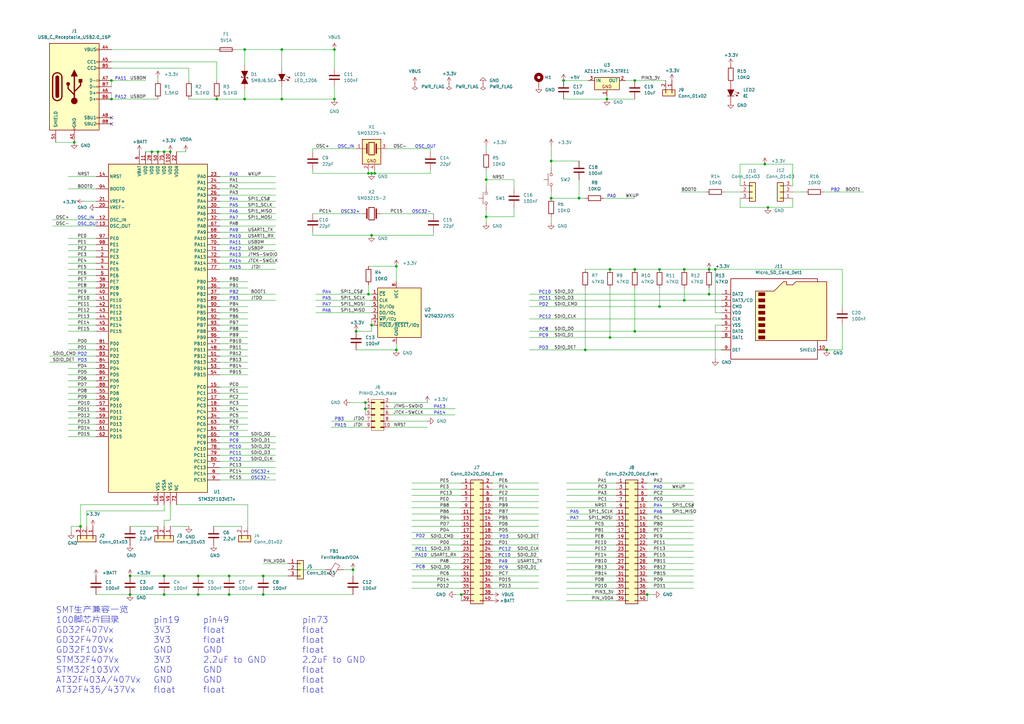
<source format=kicad_sch>
(kicad_sch (version 20250114) (generator "eeschema") (generator_version "9.0")
  (paper "A3")
  (lib_symbols
    (symbol "Connector:Micro_SD_Card_Det1"
      (property "Reference" "J" (at -16.51 17.78 0))
      (property "Value" "Micro_SD_Card_Det1" (at 16.51 17.78 0))
      (symbol "Micro_SD_Card_Det1_1_1"
        (pin bidirectional line (at -22.86 10.16 0) (length 3.81) (name "DAT2") (number "1"))
        (pin bidirectional line (at -22.86 7.62 0) (length 3.81) (name "DAT3/CD") (number "2"))
        (pin input line (at -22.86 5.08 0) (length 3.81) (name "CMD") (number "3"))
        (pin power_in line (at -22.86 2.54 0) (length 3.81) (name "VDD") (number "4"))
        (pin input line (at -22.86 0 0) (length 3.81) (name "CLK") (number "5"))
        (pin power_in line (at -22.86 -2.54 0) (length 3.81) (name "VSS") (number "6"))
        (pin bidirectional line (at -22.86 -5.08 0) (length 3.81) (name "DAT0") (number "7"))
        (pin bidirectional line (at -22.86 -7.62 0) (length 3.81) (name "DAT1") (number "8"))
        (pin passive line (at -22.86 -12.7 0) (length 3.81) (name "DET") (number "9"))
        (pin passive line (at 20.32 -12.7 180) (length 3.81) (name "SHIELD") (number "10"))
      )
    )
    (symbol "Connector:USB_C_Receptacle_USB2.0_16P" (pin_names (offset 1.016))
      (property "Reference" "J" (at 0 22.225 0))
      (property "Value" "USB_C_Receptacle_USB2.0_16P" (at 0 19.685 0))
      (symbol "USB_C_Receptacle_USB2.0_16P_1_1"
        (pin passive line (at -7.62 -22.86 90) (length 5.08) (name "SHIELD") (number "S1"))
        (pin passive line (at 0 -22.86 90) (length 5.08) (name "GND") (number "A1"))
        (pin passive line (at 0 -22.86 90) (length 5.08) (hide yes) (name "GND") (number "A12"))
        (pin passive line (at 0 -22.86 90) (length 5.08) (hide yes) (name "GND") (number "B1"))
        (pin passive line (at 0 -22.86 90) (length 5.08) (hide yes) (name "GND") (number "B12"))
        (pin passive line (at 15.24 15.24 180) (length 5.08) (name "VBUS") (number "A4"))
        (pin passive line (at 15.24 15.24 180) (length 5.08) (hide yes) (name "VBUS") (number "A9"))
        (pin passive line (at 15.24 15.24 180) (length 5.08) (hide yes) (name "VBUS") (number "B4"))
        (pin passive line (at 15.24 15.24 180) (length 5.08) (hide yes) (name "VBUS") (number "B9"))
        (pin bidirectional line (at 15.24 10.16 180) (length 5.08) (name "CC1") (number "A5"))
        (pin bidirectional line (at 15.24 7.62 180) (length 5.08) (name "CC2") (number "B5"))
        (pin bidirectional line (at 15.24 2.54 180) (length 5.08) (name "D-") (number "A7"))
        (pin bidirectional line (at 15.24 0 180) (length 5.08) (name "D-") (number "B7"))
        (pin bidirectional line (at 15.24 -2.54 180) (length 5.08) (name "D+") (number "A6"))
        (pin bidirectional line (at 15.24 -5.08 180) (length 5.08) (name "D+") (number "B6"))
        (pin bidirectional line (at 15.24 -12.7 180) (length 5.08) (name "SBU1") (number "A8"))
        (pin bidirectional line (at 15.24 -15.24 180) (length 5.08) (name "SBU2") (number "B8"))
      )
    )
    (symbol "Connector_Generic:Conn_02x20_Odd_Even" (pin_names (offset 1.016) (hide yes))
      (property "Reference" "J" (at 1.27 25.4 0))
      (property "Value" "Conn_02x20_Odd_Even" (at 1.27 -27.94 0))
      (symbol "Conn_02x20_Odd_Even_1_1"
        (pin passive line (at -5.08 22.86 0) (length 3.81) (name "Pin_1") (number "1"))
        (pin passive line (at -5.08 20.32 0) (length 3.81) (name "Pin_3") (number "3"))
        (pin passive line (at -5.08 17.78 0) (length 3.81) (name "Pin_5") (number "5"))
        (pin passive line (at -5.08 15.24 0) (length 3.81) (name "Pin_7") (number "7"))
        (pin passive line (at -5.08 12.7 0) (length 3.81) (name "Pin_9") (number "9"))
        (pin passive line (at -5.08 10.16 0) (length 3.81) (name "Pin_11") (number "11"))
        (pin passive line (at -5.08 7.62 0) (length 3.81) (name "Pin_13") (number "13"))
        (pin passive line (at -5.08 5.08 0) (length 3.81) (name "Pin_15") (number "15"))
        (pin passive line (at -5.08 2.54 0) (length 3.81) (name "Pin_17") (number "17"))
        (pin passive line (at -5.08 0 0) (length 3.81) (name "Pin_19") (number "19"))
        (pin passive line (at -5.08 -2.54 0) (length 3.81) (name "Pin_21") (number "21"))
        (pin passive line (at -5.08 -5.08 0) (length 3.81) (name "Pin_23") (number "23"))
        (pin passive line (at -5.08 -7.62 0) (length 3.81) (name "Pin_25") (number "25"))
        (pin passive line (at -5.08 -10.16 0) (length 3.81) (name "Pin_27") (number "27"))
        (pin passive line (at -5.08 -12.7 0) (length 3.81) (name "Pin_29") (number "29"))
        (pin passive line (at -5.08 -15.24 0) (length 3.81) (name "Pin_31") (number "31"))
        (pin passive line (at -5.08 -17.78 0) (length 3.81) (name "Pin_33") (number "33"))
        (pin passive line (at -5.08 -20.32 0) (length 3.81) (name "Pin_35") (number "35"))
        (pin passive line (at -5.08 -22.86 0) (length 3.81) (name "Pin_37") (number "37"))
        (pin passive line (at -5.08 -25.4 0) (length 3.81) (name "Pin_39") (number "39"))
        (pin passive line (at 7.62 22.86 180) (length 3.81) (name "Pin_2") (number "2"))
        (pin passive line (at 7.62 20.32 180) (length 3.81) (name "Pin_4") (number "4"))
        (pin passive line (at 7.62 17.78 180) (length 3.81) (name "Pin_6") (number "6"))
        (pin passive line (at 7.62 15.24 180) (length 3.81) (name "Pin_8") (number "8"))
        (pin passive line (at 7.62 12.7 180) (length 3.81) (name "Pin_10") (number "10"))
        (pin passive line (at 7.62 10.16 180) (length 3.81) (name "Pin_12") (number "12"))
        (pin passive line (at 7.62 7.62 180) (length 3.81) (name "Pin_14") (number "14"))
        (pin passive line (at 7.62 5.08 180) (length 3.81) (name "Pin_16") (number "16"))
        (pin passive line (at 7.62 2.54 180) (length 3.81) (name "Pin_18") (number "18"))
        (pin passive line (at 7.62 0 180) (length 3.81) (name "Pin_20") (number "20"))
        (pin passive line (at 7.62 -2.54 180) (length 3.81) (name "Pin_22") (number "22"))
        (pin passive line (at 7.62 -5.08 180) (length 3.81) (name "Pin_24") (number "24"))
        (pin passive line (at 7.62 -7.62 180) (length 3.81) (name "Pin_26") (number "26"))
        (pin passive line (at 7.62 -10.16 180) (length 3.81) (name "Pin_28") (number "28"))
        (pin passive line (at 7.62 -12.7 180) (length 3.81) (name "Pin_30") (number "30"))
        (pin passive line (at 7.62 -15.24 180) (length 3.81) (name "Pin_32") (number "32"))
        (pin passive line (at 7.62 -17.78 180) (length 3.81) (name "Pin_34") (number "34"))
        (pin passive line (at 7.62 -20.32 180) (length 3.81) (name "Pin_36") (number "36"))
        (pin passive line (at 7.62 -22.86 180) (length 3.81) (name "Pin_38") (number "38"))
        (pin passive line (at 7.62 -25.4 180) (length 3.81) (name "Pin_40") (number "40"))
      )
    )
    (symbol "Device:FerriteBead" (pin_numbers (hide yes)) (pin_names (offset 0))
      (property "Reference" "FB" (at -3.81 0.635 90))
      (property "Value" "FerriteBead" (at 3.81 0 90))
      (symbol "FerriteBead_1_1"
        (pin passive line (at 0 3.81 270) (length 2.54) (name "~") (number "1"))
        (pin passive line (at 0 -3.81 90) (length 2.54) (name "~") (number "2"))
      )
    )
    (symbol "Device:Fuse" (pin_numbers (hide yes)) (pin_names (offset 0))
      (property "Reference" "F" (at 2.032 0 90))
      (property "Value" "Fuse" (at -1.905 0 90))
      (symbol "Fuse_1_1"
        (pin passive line (at 0 3.81 270) (length 1.27) (name "~") (number "1"))
        (pin passive line (at 0 -3.81 90) (length 1.27) (name "~") (number "2"))
      )
    )
    (symbol "MCU_ST_STM32F1:STM32F103VETx"
      (property "Reference" "U3" (at 22.86 -65.786 0))
      (property "Value" "STM32F103VETx" (at 16.51 -68.834 0))
      (symbol "STM32F103VETx_1_1"
        (pin input line (at -25.4 63.5 0) (length 5.08) (name "NRST") (number "14"))
        (pin input line (at -25.4 58.42 0) (length 5.08) (name "BOOT0") (number "94"))
        (pin input line (at -25.4 53.34 0) (length 5.08) (name "VREF+") (number "21"))
        (pin input line (at -25.4 50.8 0) (length 5.08) (name "VREF-") (number "20"))
        (pin input line (at -25.4 45.72 0) (length 5.08) (name "OSC_IN") (number "12"))
        (pin input line (at -25.4 43.18 0) (length 5.08) (name "OSC_OUT") (number "13"))
        (pin bidirectional line (at -25.4 38.1 0) (length 5.08) (name "PE0") (number "97"))
        (pin bidirectional line (at -25.4 35.56 0) (length 5.08) (name "PE1") (number "98"))
        (pin bidirectional line (at -25.4 33.02 0) (length 5.08) (name "PE2") (number "1"))
        (pin bidirectional line (at -25.4 30.48 0) (length 5.08) (name "PE3") (number "2"))
        (pin bidirectional line (at -25.4 27.94 0) (length 5.08) (name "PE4") (number "3"))
        (pin bidirectional line (at -25.4 25.4 0) (length 5.08) (name "PE5") (number "4"))
        (pin bidirectional line (at -25.4 22.86 0) (length 5.08) (name "PE6") (number "5"))
        (pin bidirectional line (at -25.4 20.32 0) (length 5.08) (name "PE7") (number "38"))
        (pin bidirectional line (at -25.4 17.78 0) (length 5.08) (name "PE8") (number "39"))
        (pin bidirectional line (at -25.4 15.24 0) (length 5.08) (name "PE9") (number "40"))
        (pin bidirectional line (at -25.4 12.7 0) (length 5.08) (name "PE10") (number "41"))
        (pin bidirectional line (at -25.4 10.16 0) (length 5.08) (name "PE11") (number "42"))
        (pin bidirectional line (at -25.4 7.62 0) (length 5.08) (name "PE12") (number "43"))
        (pin bidirectional line (at -25.4 5.08 0) (length 5.08) (name "PE13") (number "44"))
        (pin bidirectional line (at -25.4 2.54 0) (length 5.08) (name "PE14") (number "45"))
        (pin bidirectional line (at -25.4 0 0) (length 5.08) (name "PE15") (number "46"))
        (pin bidirectional line (at -25.4 -5.08 0) (length 5.08) (name "PD0") (number "81"))
        (pin bidirectional line (at -25.4 -7.62 0) (length 5.08) (name "PD1") (number "82"))
        (pin bidirectional line (at -25.4 -10.16 0) (length 5.08) (name "PD2") (number "83"))
        (pin bidirectional line (at -25.4 -12.7 0) (length 5.08) (name "PD3") (number "84"))
        (pin bidirectional line (at -25.4 -15.24 0) (length 5.08) (name "PD4") (number "85"))
        (pin bidirectional line (at -25.4 -17.78 0) (length 5.08) (name "PD5") (number "86"))
        (pin bidirectional line (at -25.4 -20.32 0) (length 5.08) (name "PD6") (number "87"))
        (pin bidirectional line (at -25.4 -22.86 0) (length 5.08) (name "PD7") (number "88"))
        (pin bidirectional line (at -25.4 -25.4 0) (length 5.08) (name "PD8") (number "55"))
        (pin bidirectional line (at -25.4 -27.94 0) (length 5.08) (name "PD9") (number "56"))
        (pin bidirectional line (at -25.4 -30.48 0) (length 5.08) (name "PD10") (number "57"))
        (pin bidirectional line (at -25.4 -33.02 0) (length 5.08) (name "PD11") (number "58"))
        (pin bidirectional line (at -25.4 -35.56 0) (length 5.08) (name "PD12") (number "59"))
        (pin bidirectional line (at -25.4 -38.1 0) (length 5.08) (name "PD13") (number "60"))
        (pin bidirectional line (at -25.4 -40.64 0) (length 5.08) (name "PD14") (number "61"))
        (pin bidirectional line (at -25.4 -43.18 0) (length 5.08) (name "PD15") (number "62"))
        (pin power_in line (at -7.62 73.66 270) (length 5.08) (name "VBAT") (number "6"))
        (pin power_in line (at -5.08 73.66 270) (length 5.08) (name "VDD") (number "11"))
        (pin power_in line (at -2.54 73.66 270) (length 5.08) (name "VDD") (number "28"))
        (pin power_in line (at 0 73.66 270) (length 5.08) (name "VDD") (number "50"))
        (pin power_in line (at 0 -71.12 90) (length 5.08) (name "VSS") (number "10"))
        (pin passive line (at 0 -71.12 90) (length 5.08) (hide yes) (name "VSS") (number "27"))
        (pin passive line (at 0 -71.12 90) (length 5.08) (hide yes) (name "VSS") (number "74"))
        (pin passive line (at 0 -71.12 90) (length 5.08) (hide yes) (name "VSS") (number "99"))
        (pin power_in line (at 2.54 73.66 270) (length 5.08) (name "VDD") (number "75"))
        (pin power_in line (at 2.54 -71.12 90) (length 5.08) (name "VSSA") (number "19"))
        (pin power_in line (at 5.08 73.66 270) (length 5.08) (name "VDD") (number "100"))
        (pin passive line (at 5.08 -71.12 90) (length 5.08) (name "VSS") (number "49"))
        (pin power_in line (at 7.62 73.66 270) (length 5.08) (name "VDDA") (number "22"))
        (pin passive line (at 7.62 -71.12 90) (length 5.08) (name "NC") (number "73"))
        (pin bidirectional line (at 25.4 63.5 180) (length 5.08) (name "PA0") (number "23"))
        (pin bidirectional line (at 25.4 60.96 180) (length 5.08) (name "PA1") (number "24"))
        (pin bidirectional line (at 25.4 58.42 180) (length 5.08) (name "PA2") (number "25"))
        (pin bidirectional line (at 25.4 55.88 180) (length 5.08) (name "PA3") (number "26"))
        (pin bidirectional line (at 25.4 53.34 180) (length 5.08) (name "PA4") (number "29"))
        (pin bidirectional line (at 25.4 50.8 180) (length 5.08) (name "PA5") (number "30"))
        (pin bidirectional line (at 25.4 48.26 180) (length 5.08) (name "PA6") (number "31"))
        (pin bidirectional line (at 25.4 45.72 180) (length 5.08) (name "PA7") (number "32"))
        (pin bidirectional line (at 25.4 43.18 180) (length 5.08) (name "PA8") (number "67"))
        (pin bidirectional line (at 25.4 40.64 180) (length 5.08) (name "PA9") (number "68"))
        (pin bidirectional line (at 25.4 38.1 180) (length 5.08) (name "PA10") (number "69"))
        (pin bidirectional line (at 25.4 35.56 180) (length 5.08) (name "PA11") (number "70"))
        (pin bidirectional line (at 25.4 33.02 180) (length 5.08) (name "PA12") (number "71"))
        (pin bidirectional line (at 25.4 30.48 180) (length 5.08) (name "PA13") (number "72"))
        (pin bidirectional line (at 25.4 27.94 180) (length 5.08) (name "PA14") (number "76"))
        (pin bidirectional line (at 25.4 25.4 180) (length 5.08) (name "PA15") (number "77"))
        (pin bidirectional line (at 25.4 20.32 180) (length 5.08) (name "PB0") (number "35"))
        (pin bidirectional line (at 25.4 17.78 180) (length 5.08) (name "PB1") (number "36"))
        (pin bidirectional line (at 25.4 15.24 180) (length 5.08) (name "PB2") (number "37"))
        (pin bidirectional line (at 25.4 12.7 180) (length 5.08) (name "PB3") (number "89"))
        (pin bidirectional line (at 25.4 10.16 180) (length 5.08) (name "PB4") (number "90"))
        (pin bidirectional line (at 25.4 7.62 180) (length 5.08) (name "PB5") (number "91"))
        (pin bidirectional line (at 25.4 5.08 180) (length 5.08) (name "PB6") (number "92"))
        (pin bidirectional line (at 25.4 2.54 180) (length 5.08) (name "PB7") (number "93"))
        (pin bidirectional line (at 25.4 0 180) (length 5.08) (name "PB8") (number "95"))
        (pin bidirectional line (at 25.4 -2.54 180) (length 5.08) (name "PB9") (number "96"))
        (pin bidirectional line (at 25.4 -5.08 180) (length 5.08) (name "PB10") (number "47"))
        (pin bidirectional line (at 25.4 -7.62 180) (length 5.08) (name "PB11") (number "48"))
        (pin bidirectional line (at 25.4 -10.16 180) (length 5.08) (name "PB12") (number "51"))
        (pin bidirectional line (at 25.4 -12.7 180) (length 5.08) (name "PB13") (number "52"))
        (pin bidirectional line (at 25.4 -15.24 180) (length 5.08) (name "PB14") (number "53"))
        (pin bidirectional line (at 25.4 -17.78 180) (length 5.08) (name "PB15") (number "54"))
        (pin bidirectional line (at 25.4 -22.86 180) (length 5.08) (name "PC0") (number "15"))
        (pin bidirectional line (at 25.4 -25.4 180) (length 5.08) (name "PC1") (number "16"))
        (pin bidirectional line (at 25.4 -27.94 180) (length 5.08) (name "PC2") (number "17"))
        (pin bidirectional line (at 25.4 -30.48 180) (length 5.08) (name "PC3") (number "18"))
        (pin bidirectional line (at 25.4 -33.02 180) (length 5.08) (name "PC4") (number "33"))
        (pin bidirectional line (at 25.4 -35.56 180) (length 5.08) (name "PC5") (number "34"))
        (pin bidirectional line (at 25.4 -38.1 180) (length 5.08) (name "PC6") (number "63"))
        (pin bidirectional line (at 25.4 -40.64 180) (length 5.08) (name "PC7") (number "64"))
        (pin bidirectional line (at 25.4 -43.18 180) (length 5.08) (name "PC8") (number "65"))
        (pin bidirectional line (at 25.4 -45.72 180) (length 5.08) (name "PC9") (number "66"))
        (pin bidirectional line (at 25.4 -48.26 180) (length 5.08) (name "PC10") (number "78"))
        (pin bidirectional line (at 25.4 -50.8 180) (length 5.08) (name "PC11") (number "79"))
        (pin bidirectional line (at 25.4 -53.34 180) (length 5.08) (name "PC12") (number "80"))
        (pin bidirectional line (at 25.4 -55.88 180) (length 5.08) (name "PC13") (number "7"))
        (pin bidirectional line (at 25.4 -58.42 180) (length 5.08) (name "PC14") (number "8"))
        (pin bidirectional line (at 25.4 -60.96 180) (length 5.08) (name "PC15") (number "9"))
      )
    )
    (symbol "Mechanical:MountingHole_Pad" (pin_numbers (hide yes)) (pin_names (offset 1.016) (hide yes)) (in_bom no)
      (property "Reference" "H" (at 0 6.35 0))
      (property "Value" "MountingHole_Pad" (at 0 4.445 0))
      (symbol "MountingHole_Pad_1_1"
        (pin input line (at 0 -2.54 90) (length 2.54) (name "1") (number "1"))
      )
    )
    (symbol "Memory_Flash:W25Q32JVSS"
      (property "Reference" "U" (at -6.35 11.43 0))
      (property "Value" "W25Q32JVSS" (at 7.62 11.43 0))
      (symbol "W25Q32JVSS_1_1"
        (pin input line (at -10.16 7.62 0) (length 2.54) (name "~{CS}") (number "1"))
        (pin input line (at -10.16 5.08 0) (length 2.54) (name "CLK") (number "6"))
        (pin bidirectional line (at -10.16 2.54 0) (length 2.54) (name "DI/IO_{0}") (number "5"))
        (pin bidirectional line (at -10.16 0 0) (length 2.54) (name "DO/IO_{1}") (number "2"))
        (pin bidirectional line (at -10.16 -2.54 0) (length 2.54) (name "~{WP}/IO_{2}") (number "3"))
        (pin bidirectional line (at -10.16 -5.08 0) (length 2.54) (name "~{HOLD}/~{RESET}/IO_{3}") (number "7"))
        (pin power_in line (at 0 12.7 270) (length 2.54) (name "VCC") (number "8"))
        (pin power_in line (at 0 -12.7 90) (length 2.54) (name "GND") (number "4"))
      )
    )
    (symbol "PCM_4ms_Connector:Conn_01x02" (pin_names (offset 1.016) (hide yes))
      (property "Reference" "J" (at 0 2.54 0))
      (property "Value" "Conn_01x02" (at 0 -5.08 0))
      (symbol "Conn_01x02_1_1"
        (pin passive line (at -5.08 0 0) (length 3.81) (name "Pin_1") (number "1"))
        (pin passive line (at -5.08 -2.54 0) (length 3.81) (name "Pin_2") (number "2"))
      )
    )
    (symbol "PCM_4ms_Connector:Conn_01x03" (pin_names (offset 1.016) (hide yes))
      (property "Reference" "J" (at 0 5.08 0))
      (property "Value" "Conn_01x03" (at 0 -5.08 0))
      (symbol "Conn_01x03_1_1"
        (pin passive line (at -5.08 2.54 0) (length 3.81) (name "Pin_1") (number "1"))
        (pin passive line (at -5.08 0 0) (length 3.81) (name "Pin_2") (number "2"))
        (pin passive line (at -5.08 -2.54 0) (length 3.81) (name "Pin_3") (number "3"))
      )
    )
    (symbol "PCM_Capacitor_AKL:C_1206" (pin_numbers (hide yes)) (pin_names (offset 0.254))
      (property "Reference" "C" (at 0.635 2.54 0))
      (property "Value" "C_1206" (at 0.635 -2.54 0))
      (symbol "C_1206_1_1"
        (pin passive line (at 0 3.81 270) (length 2.794) (name "~") (number "1"))
        (pin passive line (at 0 -3.81 90) (length 2.794) (name "~") (number "2"))
      )
      (symbol "C_1206_1_2"
        (pin passive line (at -2.54 -2.54 90) (length 0) (name "~") (number "2"))
        (pin passive line (at 2.54 2.54 270) (length 0) (name "~") (number "1"))
      )
    )
    (symbol "PCM_Crystal_AKL:SMD3215-2" (pin_numbers (hide yes)) (pin_names (offset 1.016) (hide yes))
      (property "Reference" "X" (at 0 7.62 0))
      (property "Value" "SMD3215-2" (at 0 5.08 0))
      (symbol "SMD3215-2_1_1"
        (pin passive line (at -3.81 0 0) (length 1.27) (name "1") (number "1"))
        (pin passive line (at 3.81 0 180) (length 1.27) (name "2") (number "2"))
      )
    )
    (symbol "PCM_Crystal_AKL:SMD3225-4" (pin_names (offset 1.016) (hide yes))
      (property "Reference" "X" (at 0 8.89 0))
      (property "Value" "SMD3225-4" (at 0 6.35 0))
      (symbol "SMD3225-4_0_1"
        (text "GND" (at 0 -5.08 0) (effects (font (size 1.27 1.27))))
      )
      (symbol "SMD3225-4_1_1"
        (pin passive line (at -6.35 0 0) (length 2.54) (name "1") (number "1"))
        (pin passive line (at -1.27 -8.89 90) (length 2.54) (name "2") (number "2"))
        (pin passive line (at 1.27 -8.89 90) (length 2.54) (name "4") (number "4"))
        (pin passive line (at 6.35 0 180) (length 2.54) (name "3") (number "3"))
      )
    )
    (symbol "PCM_Diode_TVS_AKL:SMBJ6.5CA" (pin_numbers (hide yes)) (pin_names (offset 1.016) (hide yes))
      (property "Reference" "D" (at 0 5.08 0))
      (property "Value" "SMBJ6.5CA" (at 0 2.54 0))
      (symbol "SMBJ6.5CA_1_1"
        (pin passive line (at -5.08 0 0) (length 2.54) (name "K") (number "1"))
        (pin passive line (at 5.08 0 180) (length 2.54) (name "A") (number "2"))
      )
      (symbol "SMBJ6.5CA_1_2"
        (pin passive line (at -3.81 -3.81 0) (length 0) (name "A") (number "2"))
        (pin passive line (at 3.81 3.81 180) (length 0) (name "K") (number "1"))
      )
    )
    (symbol "PCM_LED_AKL:LED_1206" (pin_numbers (hide yes)) (pin_names (offset 1.016) (hide yes))
      (property "Reference" "LED" (at 0 7.62 0))
      (property "Value" "LED_1206" (at 0 5.08 0))
      (symbol "LED_1206_1_1"
        (pin passive line (at -3.81 0 0) (length 2.54) (name "A") (number "2"))
        (pin passive line (at 3.81 0 180) (length 2.54) (name "K") (number "1"))
      )
      (symbol "LED_1206_1_2"
        (pin passive line (at -2.54 -2.54 0) (length 0) (name "A") (number "2"))
        (pin passive line (at 2.54 2.54 180) (length 0) (name "K") (number "1"))
      )
    )
    (symbol "PCM_Resistor_AKL:R_1206" (pin_numbers (hide yes)) (pin_names (offset 0))
      (property "Reference" "R" (at 2.54 1.27 0))
      (property "Value" "R_1206" (at 2.54 -1.27 0))
      (symbol "R_1206_1_1"
        (pin passive line (at 0 3.81 270) (length 1.27) (name "~") (number "1"))
        (pin passive line (at 0 -3.81 90) (length 1.27) (name "~") (number "2"))
      )
      (symbol "R_1206_1_2"
        (pin passive line (at -2.54 -2.54 0) (length 0) (name "") (number "2"))
        (pin passive line (at 2.54 2.54 180) (length 0) (name "") (number "1"))
      )
    )
    (symbol "PCM_SL_Pin_Headers:PINHD_2x5_Male"
      (property "Reference" "J" (at -1.27 10.16 0))
      (property "Value" "PINHD_2x5_Male" (at -1.27 7.62 0))
      (symbol "PINHD_2x5_Male_1_1"
        (pin passive line (at -5.08 5.08 0) (length 2.54) (name "") (number "1"))
        (pin passive line (at -5.08 2.54 0) (length 2.54) (name "") (number "3"))
        (pin passive line (at -5.08 0 0) (length 2.54) (name "") (number "5"))
        (pin passive line (at -5.08 -2.54 0) (length 2.54) (name "") (number "7"))
        (pin passive line (at -5.08 -5.08 0) (length 2.54) (name "") (number "9"))
        (pin passive line (at 5.08 5.08 180) (length 2.54) (name "") (number "2"))
        (pin passive line (at 5.08 2.54 180) (length 2.54) (name "") (number "4"))
        (pin passive line (at 5.08 0 180) (length 2.54) (name "") (number "6"))
        (pin passive line (at 5.08 -2.54 180) (length 2.54) (name "") (number "8"))
        (pin passive line (at 5.08 -5.08 180) (length 2.54) (name "") (number "10"))
      )
    )
    (symbol "PCM_Voltage_Regulator_AKL:AZ1117IH-3.3TRE1"
      (property "Reference" "U" (at 0 6.35 0))
      (property "Value" "AZ1117IH-3.3TRE1" (at 0 3.81 0))
      (symbol "AZ1117IH-3.3TRE1_0_0"
        (text "GND" (at 0 -2.54 0) (effects (font (size 1.27 1.27))))
      )
      (symbol "AZ1117IH-3.3TRE1_1_1"
        (pin power_in line (at -7.62 0 0) (length 2.54) (name "IN") (number "3"))
        (pin power_in line (at 0 -6.35 90) (length 2.54) (name "~") (number "1"))
        (pin power_out line (at 7.62 0 180) (length 2.54) (name "OUT") (number "2"))
      )
    )
    (symbol "Switch:SW_Push" (pin_numbers (hide yes)) (pin_names (offset 1.016) (hide yes))
      (property "Reference" "SW" (at 1.27 2.54 0))
      (property "Value" "SW_Push" (at 0 -1.524 0))
      (symbol "SW_Push_0_1"
        (pin passive line (at -5.08 0 0) (length 2.54) (name "1") (number "1"))
        (pin passive line (at 5.08 0 180) (length 2.54) (name "2") (number "2"))
      )
    )
    (symbol "power:+3.3V" (power) (pin_numbers (hide yes)) (pin_names (offset 0) (hide yes))
      (property "Value" "+3.3V" (at 0 3.556 0))
      (symbol "+3.3V_1_1"
        (pin power_in line (at 0 0 90) (length 0) (name "~") (number "1"))
      )
    )
    (symbol "power:+5V" (power) (pin_numbers (hide yes)) (pin_names (offset 0) (hide yes))
      (property "Value" "+5V" (at 0 3.556 0))
      (symbol "+5V_1_1"
        (pin power_in line (at 0 0 90) (length 0) (name "~") (number "1"))
      )
    )
    (symbol "power:+BATT" (power) (pin_numbers (hide yes)) (pin_names (offset 0) (hide yes))
      (property "Value" "+BATT" (at 0 3.556 0))
      (symbol "+BATT_1_1"
        (pin power_in line (at 0 0 90) (length 0) (name "~") (number "1"))
      )
    )
    (symbol "power:GND" (power) (pin_numbers (hide yes)) (pin_names (offset 0) (hide yes))
      (property "Value" "GND" (at 0 -3.81 0))
      (symbol "GND_1_1"
        (pin power_in line (at 0 0 270) (length 0) (name "~") (number "1"))
      )
    )
    (symbol "power:PWR_FLAG" (power) (pin_numbers (hide yes)) (pin_names (offset 0) (hide yes))
      (property "Value" "PWR_FLAG" (at 0 3.81 0))
      (symbol "PWR_FLAG_0_0"
        (pin power_out line (at 0 0 90) (length 0) (name "~") (number "1"))
      )
    )
    (symbol "power:VBUS" (power) (pin_numbers (hide yes)) (pin_names (offset 0) (hide yes))
      (property "Value" "VBUS" (at 0 3.556 0))
      (symbol "VBUS_1_1"
        (pin power_in line (at 0 0 90) (length 0) (name "~") (number "1"))
      )
    )
    (symbol "power:VDDA" (power) (pin_numbers (hide yes)) (pin_names (offset 0) (hide yes))
      (property "Value" "VDDA" (at 0 3.556 0))
      (symbol "VDDA_1_1"
        (pin power_in line (at 0 0 90) (length 0) (name "~") (number "1"))
      )
    )
  )
  (text "PD3" (at 31.75 148.59 0) (effects (font (size 1.27 1.27)) (justify left bottom)))
  (text "PA14" (at 177.8 170.18 0) (effects (font (size 1.27 1.27)) (justify left bottom)))
  (text "PC8" (at 170.434 233.426 0) (effects (font (size 1.27 1.27)) (justify left bottom)))
  (text "PA14" (at 93.98 107.95 0) (effects (font (size 1.27 1.27)) (justify left bottom)))
  (text "PC9" (at 93.98 181.61 0) (effects (font (size 1.27 1.27)) (justify left bottom)))
  (text "PC12" (at 93.9582 189.23 0) (effects (font (size 1.27 1.27)) (justify left bottom)))
  (text "PD2" (at 170.434 220.726 0) (effects (font (size 1.27 1.27)) (justify left bottom)))
  (text "PA4" (at 93.98 82.55 0) (effects (font (size 1.27 1.27)) (justify left bottom)))
  (text "PA7" (at 233.68 213.36 0) (effects (font (size 1.27 1.27)) (justify left bottom)))
  (text "PA6" (at 267.97 210.82 0) (effects (font (size 1.27 1.27)) (justify left bottom)))
  (text "OSC32-" (at 168.91 87.63 0) (effects (font (size 1.27 1.27)) (justify left bottom)))
  (text "PC10" (at 93.8627 184.15 0) (effects (font (size 1.27 1.27)) (justify left bottom)))
  (text "PA0" (at 93.98 72.39 0) (effects (font (size 1.27 1.27)) (justify left bottom)))
  (text "OSC_OUT" (at 170.18 60.96 0) (effects (font (size 1.27 1.27)) (justify left bottom)))
  (text "OSC_IN" (at 138.43 60.96 0) (effects (font (size 1.27 1.27)) (justify left bottom)))
  (text "PA0" (at 248.92 81.28 0) (effects (font (size 1.27 1.27)) (justify left bottom)))
  (text "SMT生产兼容一览\n100脚芯片目录		pin19	pin49			pin73\nGD32F407Vx		3V3		float			float\nGD32F470Vx 		3V3		float			float\nGD32F103Vx 		GND		GND				float\nSTM32F407Vx 	3V3		2.2uF to GND	2.2uF to GND\nSTM32F103VX 	GND		GND				float\nAT32F403A/407Vx	GND 	GND				float\nAT32F435/437Vx	float	float			float" (at 22.86 266.7 0) (effects (font (size 2.54 2.54)) (justify left)))
  (text "PA13" (at 177.8 167.64 0) (effects (font (size 1.27 1.27)) (justify left bottom)))
  (text "PC9" (at 204.47 233.68 0) (effects (font (size 1.27 1.27)) (justify left bottom)))
  (text "PA10" (at 170.18 228.6 0) (effects (font (size 1.27 1.27)) (justify left bottom)))
  (text "PA15" (at 137.16 175.26 0) (effects (font (size 1.27 1.27)) (justify left bottom)))
  (text "PA5" (at 132.08 123.19 0) (effects (font (size 1.27 1.27)) (justify left bottom)))
  (text "OSC32+" (at 102.87 194.31 0) (effects (font (size 1.27 1.27)) (justify left bottom)))
  (text "OSC32+" (at 139.7 87.63 0) (effects (font (size 1.27 1.27)) (justify left bottom)))
  (text "OSC_OUT" (at 31.75 92.71 0) (effects (font (size 1.27 1.27)) (justify left bottom)))
  (text "PA4" (at 267.97 208.28 0) (effects (font (size 1.27 1.27)) (justify left bottom)))
  (text "PD3" (at 204.724 220.98 0) (effects (font (size 1.27 1.27)) (justify left bottom)))
  (text "PC11" (at 93.98 186.69 0) (effects (font (size 1.27 1.27)) (justify left bottom)))
  (text "PA0" (at 267.97 200.66 0) (effects (font (size 1.27 1.27)) (justify left bottom)))
  (text "PD2" (at 220.98 125.73 0) (effects (font (size 1.27 1.27)) (justify left bottom)))
  (text "OSC_IN" (at 31.75 90.17 0) (effects (font (size 1.27 1.27)) (justify left bottom)))
  (text "PB2" (at 93.98 120.65 0) (effects (font (size 1.27 1.27)) (justify left bottom)))
  (text "PA4" (at 132.08 120.65 0) (effects (font (size 1.27 1.27)) (justify left bottom)))
  (text "PA11" (at 93.98 100.33 0) (effects (font (size 1.27 1.27)) (justify left bottom)))
  (text "PC12" (at 204.4482 226.06 0) (effects (font (size 1.27 1.27)) (justify left bottom)))
  (text "PA11" (at 46.99 33.02 0) (effects (font (size 1.27 1.27)) (justify left bottom)))
  (text "PA10" (at 93.98 97.79 0) (effects (font (size 1.27 1.27)) (justify left bottom)))
  (text "PC8" (at 93.98 179.07 0) (effects (font (size 1.27 1.27)) (justify left bottom)))
  (text "PA12" (at 46.99 40.64 0) (effects (font (size 1.27 1.27)) (justify left bottom)))
  (text "PD2" (at 31.75 146.05 0) (effects (font (size 1.27 1.27)) (justify left bottom)))
  (text "PA5" (at 233.68 210.82 0) (effects (font (size 1.27 1.27)) (justify left bottom)))
  (text "PA7" (at 93.98 90.17 0) (effects (font (size 1.27 1.27)) (justify left bottom)))
  (text "PB2" (at 340.614 78.74 0) (effects (font (size 1.27 1.27)) (justify left bottom)))
  (text "PC9" (at 220.98 138.43 0) (effects (font (size 1.27 1.27)) (justify left bottom)))
  (text "PC8" (at 220.98 135.89 0) (effects (font (size 1.27 1.27)) (justify left bottom)))
  (text "PC10" (at 220.8627 120.65 0) (effects (font (size 1.27 1.27)) (justify left bottom)))
  (text "PB3" (at 137.16 172.72 0) (effects (font (size 1.27 1.27)) (justify left bottom)))
  (text "PC11" (at 170.18 226.06 0) (effects (font (size 1.27 1.27)) (justify left bottom)))
  (text "PA15" (at 93.98 110.49 0) (effects (font (size 1.27 1.27)) (justify left bottom)))
  (text "PA9" (at 93.98 95.25 0) (effects (font (size 1.27 1.27)) (justify left bottom)))
  (text "PA13" (at 93.98 105.41 0) (effects (font (size 1.27 1.27)) (justify left bottom)))
  (text "PA5" (at 93.98 85.09 0) (effects (font (size 1.27 1.27)) (justify left bottom)))
  (text "PA9" (at 204.47 231.14 0) (effects (font (size 1.27 1.27)) (justify left bottom)))
  (text "PC12" (at 220.9582 130.81 0) (effects (font (size 1.27 1.27)) (justify left bottom)))
  (text "PD3" (at 220.98 143.51 0) (effects (font (size 1.27 1.27)) (justify left bottom)))
  (text "PB3" (at 93.98 123.19 0) (effects (font (size 1.27 1.27)) (justify left bottom)))
  (text "PA7" (at 132.08 125.73 0) (effects (font (size 1.27 1.27)) (justify left bottom)))
  (text "PA6" (at 132.08 128.27 0) (effects (font (size 1.27 1.27)) (justify left bottom)))
  (text "PA6" (at 93.98 87.63 0) (effects (font (size 1.27 1.27)) (justify left bottom)))
  (text "OSC32-" (at 102.87 196.85 0) (effects (font (size 1.27 1.27)) (justify left bottom)))
  (text "PC11" (at 220.98 123.19 0) (effects (font (size 1.27 1.27)) (justify left bottom)))
  (text "PC10" (at 204.3527 228.6 0) (effects (font (size 1.27 1.27)) (justify left bottom)))
  (text "PA12" (at 93.98 102.87 0) (effects (font (size 1.27 1.27)) (justify left bottom)))
  (junction (at 231.14 33.02))
  (junction (at 67.31 243.84))
  (junction (at 240.03 143.51))
  (junction (at 93.98 236.22))
  (junction (at 280.67 123.19))
  (junction (at 265.43 243.84))
  (junction (at 162.56 143.51))
  (junction (at 107.95 243.84))
  (junction (at 149.86 165.1))
  (junction (at 93.98 243.84))
  (junction (at 237.49 81.28))
  (junction (at 64.77 62.23))
  (junction (at 280.67 110.49))
  (junction (at 100.33 40.64))
  (junction (at 30.48 58.42))
  (junction (at 115.57 20.32))
  (junction (at 115.57 40.64))
  (junction (at 45.72 33.02))
  (junction (at 199.39 88.9))
  (junction (at 153.67 71.12))
  (junction (at 250.19 138.43))
  (junction (at 248.92 40.64))
  (junction (at 290.83 110.49))
  (junction (at 152.4 96.52))
  (junction (at 53.34 236.22))
  (junction (at 107.95 236.22))
  (junction (at 270.51 125.73))
  (junction (at 151.13 120.65))
  (junction (at 199.39 73.66))
  (junction (at 152.4 71.12))
  (junction (at 67.31 62.23))
  (junction (at 45.72 40.64))
  (junction (at 260.35 33.02))
  (junction (at 313.69 67.31))
  (junction (at 314.96 85.09))
  (junction (at 162.56 109.22))
  (junction (at 53.34 243.84))
  (junction (at 226.06 66.04))
  (junction (at 33.02 215.9))
  (junction (at 146.05 135.89))
  (junction (at 81.28 243.84))
  (junction (at 69.85 62.23))
  (junction (at 260.35 110.49))
  (junction (at 293.37 110.49))
  (junction (at 189.23 243.84))
  (junction (at 290.83 120.65))
  (junction (at 250.19 110.49))
  (junction (at 270.51 110.49))
  (junction (at 144.78 233.68))
  (junction (at 100.33 20.32))
  (junction (at 149.86 167.64))
  (junction (at 67.31 236.22))
  (junction (at 339.09 143.51))
  (junction (at 152.4 133.35))
  (junction (at 151.13 71.12))
  (junction (at 137.16 20.32))
  (junction (at 88.9 40.64))
  (junction (at 260.35 135.89))
  (junction (at 62.23 62.23))
  (junction (at 81.28 236.22))
  (junction (at 137.16 40.64))
  (junction (at 226.06 81.28))
  (no_connect (at 45.72 48.26))
  (no_connect (at 45.72 50.8))
  (wire (pts (xy 101.6 207.01) (xy 101.6 215.9)))
  (wire (pts (xy 115.57 20.32) (xy 137.16 20.32)))
  (wire (pts (xy 280.67 123.19) (xy 295.91 123.19)))
  (wire (pts (xy 90.17 74.93) (xy 113.03 74.93)))
  (wire (pts (xy 153.67 69.85) (xy 153.67 71.12)))
  (wire (pts (xy 270.51 110.49) (xy 280.67 110.49)))
  (wire (pts (xy 168.91 238.76) (xy 189.23 238.76)))
  (wire (pts (xy 93.98 243.84) (xy 107.95 243.84)))
  (wire (pts (xy 90.17 97.79) (xy 113.03 97.79)))
  (wire (pts (xy 90.17 146.05) (xy 101.6 146.05)))
  (wire (pts (xy 201.93 233.68) (xy 220.98 233.68)))
  (wire (pts (xy 27.94 166.37) (xy 39.37 166.37)))
  (wire (pts (xy 168.91 223.52) (xy 189.23 223.52)))
  (wire (pts (xy 87.63 215.9) (xy 99.06 215.9)))
  (wire (pts (xy 62.23 62.23) (xy 59.69 62.23)))
  (wire (pts (xy 27.94 102.87) (xy 39.37 102.87)))
  (wire (pts (xy 128.27 71.12) (xy 128.27 69.85)))
  (wire (pts (xy 232.41 213.36) (xy 252.73 213.36)))
  (wire (pts (xy 270.51 125.73) (xy 295.91 125.73)))
  (wire (pts (xy 27.94 100.33) (xy 39.37 100.33)))
  (wire (pts (xy 27.94 107.95) (xy 39.37 107.95)))
  (wire (pts (xy 27.94 113.03) (xy 39.37 113.03)))
  (wire (pts (xy 90.17 135.89) (xy 101.6 135.89)))
  (wire (pts (xy 90.17 184.15) (xy 113.03 184.15)))
  (wire (pts (xy 90.17 82.55) (xy 113.03 82.55)))
  (wire (pts (xy 151.13 69.85) (xy 151.13 71.12)))
  (wire (pts (xy 90.17 125.73) (xy 101.6 125.73)))
  (wire (pts (xy 314.96 85.09) (xy 325.12 85.09)))
  (wire (pts (xy 260.35 135.89) (xy 295.91 135.89)))
  (wire (pts (xy 217.17 138.43) (xy 250.19 138.43)))
  (wire (pts (xy 146.05 143.51) (xy 162.56 143.51)))
  (wire (pts (xy 90.17 95.25) (xy 113.03 95.25)))
  (wire (pts (xy 118.11 233.68) (xy 133.35 233.68)))
  (wire (pts (xy 325.12 78.74) (xy 330.2 78.74)))
  (wire (pts (xy 176.53 71.12) (xy 176.53 69.85)))
  (wire (pts (xy 90.17 92.71) (xy 113.03 92.71)))
  (wire (pts (xy 313.69 67.31) (xy 325.12 67.31)))
  (wire (pts (xy 279.4 78.74) (xy 289.56 78.74)))
  (wire (pts (xy 232.41 220.98) (xy 252.73 220.98)))
  (wire (pts (xy 201.93 200.66) (xy 220.98 200.66)))
  (wire (pts (xy 265.43 213.36) (xy 284.48 213.36)))
  (wire (pts (xy 90.17 151.13) (xy 101.6 151.13)))
  (wire (pts (xy 153.67 71.12) (xy 176.53 71.12)))
  (wire (pts (xy 232.41 238.76) (xy 252.73 238.76)))
  (wire (pts (xy 135.89 172.72) (xy 149.86 172.72)))
  (wire (pts (xy 90.17 100.33) (xy 113.03 100.33)))
  (wire (pts (xy 137.16 20.32) (xy 137.16 27.94)))
  (wire (pts (xy 96.52 20.32) (xy 100.33 20.32)))
  (wire (pts (xy 27.94 135.89) (xy 39.37 135.89)))
  (wire (pts (xy 295.91 128.27) (xy 293.37 128.27)))
  (wire (pts (xy 107.95 243.84) (xy 144.78 243.84)))
  (wire (pts (xy 168.91 231.14) (xy 189.23 231.14)))
  (wire (pts (xy 168.91 233.68) (xy 189.23 233.68)))
  (wire (pts (xy 265.43 243.84) (xy 265.43 246.38)))
  (wire (pts (xy 90.17 123.19) (xy 113.03 123.19)))
  (wire (pts (xy 226.06 81.28) (xy 237.49 81.28)))
  (wire (pts (xy 217.17 143.51) (xy 240.03 143.51)))
  (wire (pts (xy 45.72 38.1) (xy 45.72 40.64)))
  (wire (pts (xy 168.91 205.74) (xy 189.23 205.74)))
  (wire (pts (xy 260.35 118.11) (xy 260.35 135.89)))
  (wire (pts (xy 265.43 233.68) (xy 284.48 233.68)))
  (wire (pts (xy 129.54 125.73) (xy 152.4 125.73)))
  (wire (pts (xy 149.86 167.64) (xy 149.86 170.18)))
  (wire (pts (xy 90.17 118.11) (xy 101.6 118.11)))
  (wire (pts (xy 152.4 96.52) (xy 177.8 96.52)))
  (wire (pts (xy 33.02 215.9) (xy 33.02 207.01)))
  (wire (pts (xy 29.21 215.9) (xy 33.02 215.9)))
  (wire (pts (xy 265.43 200.66) (xy 284.48 200.66)))
  (wire (pts (xy 27.94 161.29) (xy 39.37 161.29)))
  (wire (pts (xy 297.18 78.74) (xy 303.53 78.74)))
  (wire (pts (xy 293.37 128.27) (xy 293.37 110.49)))
  (wire (pts (xy 265.43 198.12) (xy 284.48 198.12)))
  (wire (pts (xy 129.54 123.19) (xy 152.4 123.19)))
  (wire (pts (xy 232.41 223.52) (xy 252.73 223.52)))
  (wire (pts (xy 100.33 36.83) (xy 100.33 40.64)))
  (wire (pts (xy 20.32 148.59) (xy 39.37 148.59)))
  (wire (pts (xy 72.39 62.23) (xy 76.2 62.23)))
  (wire (pts (xy 232.41 231.14) (xy 252.73 231.14)))
  (wire (pts (xy 90.17 140.97) (xy 101.6 140.97)))
  (wire (pts (xy 90.17 110.49) (xy 113.03 110.49)))
  (wire (pts (xy 45.72 40.64) (xy 64.77 40.64)))
  (wire (pts (xy 90.17 143.51) (xy 101.6 143.51)))
  (wire (pts (xy 67.31 213.36) (xy 67.31 215.9)))
  (wire (pts (xy 27.94 128.27) (xy 39.37 128.27)))
  (wire (pts (xy 20.32 146.05) (xy 39.37 146.05)))
  (wire (pts (xy 201.93 231.14) (xy 220.98 231.14)))
  (wire (pts (xy 27.94 156.21) (xy 39.37 156.21)))
  (wire (pts (xy 189.23 243.84) (xy 189.23 246.38)))
  (wire (pts (xy 303.53 67.31) (xy 313.69 67.31)))
  (wire (pts (xy 345.44 110.49) (xy 345.44 125.73)))
  (wire (pts (xy 186.69 243.84) (xy 189.23 243.84)))
  (wire (pts (xy 21.59 90.17) (xy 39.37 90.17)))
  (wire (pts (xy 232.41 226.06) (xy 252.73 226.06)))
  (wire (pts (xy 29.21 218.44) (xy 29.21 215.9)))
  (wire (pts (xy 129.54 128.27) (xy 152.4 128.27)))
  (wire (pts (xy 265.43 208.28) (xy 284.48 208.28)))
  (wire (pts (xy 27.94 130.81) (xy 39.37 130.81)))
  (wire (pts (xy 232.41 210.82) (xy 252.73 210.82)))
  (wire (pts (xy 280.67 118.11) (xy 280.67 123.19)))
  (wire (pts (xy 90.17 158.75) (xy 101.6 158.75)))
  (wire (pts (xy 27.94 151.13) (xy 39.37 151.13)))
  (wire (pts (xy 160.02 172.72) (xy 175.26 172.72)))
  (wire (pts (xy 152.4 130.81) (xy 152.4 133.35)))
  (wire (pts (xy 27.94 115.57) (xy 39.37 115.57)))
  (wire (pts (xy 201.93 208.28) (xy 220.98 208.28)))
  (wire (pts (xy 293.37 110.49) (xy 345.44 110.49)))
  (wire (pts (xy 90.17 166.37) (xy 101.6 166.37)))
  (wire (pts (xy 201.93 228.6) (xy 220.98 228.6)))
  (wire (pts (xy 151.13 71.12) (xy 152.4 71.12)))
  (wire (pts (xy 199.39 73.66) (xy 199.39 76.2)))
  (wire (pts (xy 256.54 33.02) (xy 260.35 33.02)))
  (wire (pts (xy 27.94 168.91) (xy 39.37 168.91)))
  (wire (pts (xy 90.17 173.99) (xy 101.6 173.99)))
  (wire (pts (xy 90.17 102.87) (xy 113.03 102.87)))
  (wire (pts (xy 201.93 203.2) (xy 220.98 203.2)))
  (wire (pts (xy 201.93 198.12) (xy 220.98 198.12)))
  (wire (pts (xy 67.31 243.84) (xy 81.28 243.84)))
  (wire (pts (xy 140.97 233.68) (xy 144.78 233.68)))
  (wire (pts (xy 33.02 207.01) (xy 64.77 207.01)))
  (wire (pts (xy 27.94 123.19) (xy 39.37 123.19)))
  (wire (pts (xy 90.17 194.31) (xy 113.03 194.31)))
  (wire (pts (xy 27.94 133.35) (xy 39.37 133.35)))
  (wire (pts (xy 53.34 243.84) (xy 67.31 243.84)))
  (wire (pts (xy 160.02 170.18) (xy 186.69 170.18)))
  (wire (pts (xy 35.56 209.55) (xy 35.56 215.9)))
  (wire (pts (xy 129.54 120.65) (xy 151.13 120.65)))
  (wire (pts (xy 168.91 241.3) (xy 189.23 241.3)))
  (wire (pts (xy 168.91 208.28) (xy 189.23 208.28)))
  (wire (pts (xy 88.9 40.64) (xy 100.33 40.64)))
  (wire (pts (xy 290.83 118.11) (xy 290.83 120.65)))
  (wire (pts (xy 201.93 241.3) (xy 220.98 241.3)))
  (wire (pts (xy 128.27 87.63) (xy 148.59 87.63)))
  (wire (pts (xy 162.56 109.22) (xy 162.56 115.57)))
  (wire (pts (xy 265.43 231.14) (xy 284.48 231.14)))
  (wire (pts (xy 90.17 153.67) (xy 101.6 153.67)))
  (wire (pts (xy 226.06 66.04) (xy 226.06 68.58)))
  (wire (pts (xy 270.51 118.11) (xy 270.51 125.73)))
  (wire (pts (xy 232.41 246.38) (xy 252.73 246.38)))
  (wire (pts (xy 217.17 130.81) (xy 295.91 130.81)))
  (wire (pts (xy 90.17 105.41) (xy 113.03 105.41)))
  (wire (pts (xy 137.16 40.64) (xy 115.57 40.64)))
  (wire (pts (xy 39.37 243.84) (xy 53.34 243.84)))
  (wire (pts (xy 27.94 120.65) (xy 39.37 120.65)))
  (wire (pts (xy 290.83 120.65) (xy 295.91 120.65)))
  (wire (pts (xy 201.93 215.9) (xy 220.98 215.9)))
  (wire (pts (xy 168.91 198.12) (xy 189.23 198.12)))
  (wire (pts (xy 53.34 215.9) (xy 64.77 215.9)))
  (wire (pts (xy 337.82 78.74) (xy 354.33 78.74)))
  (wire (pts (xy 303.53 85.09) (xy 314.96 85.09)))
  (wire (pts (xy 160.02 167.64) (xy 186.69 167.64)))
  (wire (pts (xy 201.93 223.52) (xy 220.98 223.52)))
  (wire (pts (xy 27.94 125.73) (xy 39.37 125.73)))
  (wire (pts (xy 232.41 205.74) (xy 252.73 205.74)))
  (wire (pts (xy 107.95 236.22) (xy 118.11 236.22)))
  (wire (pts (xy 72.39 207.01) (xy 101.6 207.01)))
  (wire (pts (xy 160.02 175.26) (xy 175.26 175.26)))
  (wire (pts (xy 168.91 226.06) (xy 189.23 226.06)))
  (wire (pts (xy 168.91 218.44) (xy 189.23 218.44)))
  (wire (pts (xy 250.19 138.43) (xy 295.91 138.43)))
  (wire (pts (xy 168.91 200.66) (xy 189.23 200.66)))
  (wire (pts (xy 201.93 220.98) (xy 220.98 220.98)))
  (wire (pts (xy 64.77 33.02) (xy 64.77 31.75)))
  (wire (pts (xy 90.17 85.09) (xy 113.03 85.09)))
  (wire (pts (xy 53.34 236.22) (xy 67.31 236.22)))
  (wire (pts (xy 34.29 82.55) (xy 39.37 82.55)))
  (wire (pts (xy 162.56 143.51) (xy 162.56 140.97)))
  (wire (pts (xy 149.86 165.1) (xy 149.86 167.64)))
  (wire (pts (xy 199.39 73.66) (xy 199.39 69.85)))
  (wire (pts (xy 260.35 33.02) (xy 273.05 33.02)))
  (wire (pts (xy 217.17 120.65) (xy 290.83 120.65)))
  (wire (pts (xy 325.12 85.09) (xy 325.12 81.28)))
  (wire (pts (xy 27.94 158.75) (xy 39.37 158.75)))
  (wire (pts (xy 293.37 133.35) (xy 293.37 147.32)))
  (wire (pts (xy 201.93 205.74) (xy 220.98 205.74)))
  (wire (pts (xy 90.17 161.29) (xy 101.6 161.29)))
  (wire (pts (xy 168.91 203.2) (xy 189.23 203.2)))
  (wire (pts (xy 226.06 66.04) (xy 237.49 66.04)))
  (wire (pts (xy 217.17 135.89) (xy 260.35 135.89)))
  (wire (pts (xy 90.17 72.39) (xy 113.03 72.39)))
  (wire (pts (xy 231.14 33.02) (xy 241.3 33.02)))
  (wire (pts (xy 21.59 92.71) (xy 39.37 92.71)))
  (wire (pts (xy 265.43 220.98) (xy 284.48 220.98)))
  (wire (pts (xy 325.12 67.31) (xy 325.12 76.2)))
  (wire (pts (xy 27.94 171.45) (xy 39.37 171.45)))
  (wire (pts (xy 107.95 231.14) (xy 118.11 231.14)))
  (wire (pts (xy 199.39 86.36) (xy 199.39 88.9)))
  (wire (pts (xy 168.91 210.82) (xy 189.23 210.82)))
  (wire (pts (xy 250.19 110.49) (xy 260.35 110.49)))
  (wire (pts (xy 260.35 110.49) (xy 270.51 110.49)))
  (wire (pts (xy 345.44 133.35) (xy 345.44 143.51)))
  (wire (pts (xy 152.4 135.89) (xy 152.4 133.35)))
  (wire (pts (xy 90.17 179.07) (xy 113.03 179.07)))
  (wire (pts (xy 67.31 236.22) (xy 81.28 236.22)))
  (wire (pts (xy 217.17 123.19) (xy 280.67 123.19)))
  (wire (pts (xy 265.43 241.3) (xy 284.48 241.3)))
  (wire (pts (xy 90.17 138.43) (xy 101.6 138.43)))
  (wire (pts (xy 217.17 125.73) (xy 270.51 125.73)))
  (wire (pts (xy 226.06 88.9) (xy 226.06 91.44)))
  (wire (pts (xy 69.85 62.23) (xy 67.31 62.23)))
  (wire (pts (xy 27.94 72.39) (xy 39.37 72.39)))
  (wire (pts (xy 210.82 73.66) (xy 210.82 77.47)))
  (wire (pts (xy 232.41 241.3) (xy 252.73 241.3)))
  (wire (pts (xy 90.17 133.35) (xy 101.6 133.35)))
  (wire (pts (xy 240.03 110.49) (xy 250.19 110.49)))
  (wire (pts (xy 237.49 81.28) (xy 237.49 73.66)))
  (wire (pts (xy 201.93 210.82) (xy 220.98 210.82)))
  (wire (pts (xy 88.9 33.02) (xy 88.9 25.4)))
  (wire (pts (xy 201.93 238.76) (xy 220.98 238.76)))
  (wire (pts (xy 137.16 35.56) (xy 137.16 40.64)))
  (wire (pts (xy 135.89 175.26) (xy 149.86 175.26)))
  (wire (pts (xy 93.98 236.22) (xy 107.95 236.22)))
  (wire (pts (xy 90.17 87.63) (xy 113.03 87.63)))
  (wire (pts (xy 177.8 96.52) (xy 177.8 95.25)))
  (wire (pts (xy 226.06 66.04) (xy 226.06 59.69)))
  (wire (pts (xy 201.93 236.22) (xy 220.98 236.22)))
  (wire (pts (xy 303.53 76.2) (xy 303.53 67.31)))
  (wire (pts (xy 156.21 87.63) (xy 177.8 87.63)))
  (wire (pts (xy 90.17 148.59) (xy 101.6 148.59)))
  (wire (pts (xy 115.57 20.32) (xy 100.33 20.32)))
  (wire (pts (xy 90.17 80.01) (xy 113.03 80.01)))
  (wire (pts (xy 250.19 118.11) (xy 250.19 138.43)))
  (wire (pts (xy 158.75 60.96) (xy 176.53 60.96)))
  (wire (pts (xy 128.27 95.25) (xy 128.27 96.52)))
  (wire (pts (xy 265.43 203.2) (xy 284.48 203.2)))
  (wire (pts (xy 128.27 60.96) (xy 146.05 60.96)))
  (wire (pts (xy 226.06 78.74) (xy 226.06 81.28)))
  (wire (pts (xy 232.41 208.28) (xy 252.73 208.28)))
  (wire (pts (xy 90.17 120.65) (xy 113.03 120.65)))
  (wire (pts (xy 90.17 77.47) (xy 113.03 77.47)))
  (wire (pts (xy 151.13 116.84) (xy 151.13 120.65)))
  (wire (pts (xy 128.27 96.52) (xy 152.4 96.52)))
  (wire (pts (xy 201.93 226.06) (xy 220.98 226.06)))
  (wire (pts (xy 151.13 109.22) (xy 162.56 109.22)))
  (wire (pts (xy 232.41 198.12) (xy 252.73 198.12)))
  (wire (pts (xy 90.17 186.69) (xy 113.03 186.69)))
  (wire (pts (xy 115.57 40.64) (xy 115.57 35.56)))
  (wire (pts (xy 69.85 207.01) (xy 69.85 213.36)))
  (wire (pts (xy 265.43 228.6) (xy 284.48 228.6)))
  (wire (pts (xy 168.91 220.98) (xy 189.23 220.98)))
  (wire (pts (xy 265.43 223.52) (xy 284.48 223.52)))
  (wire (pts (xy 143.51 165.1) (xy 149.86 165.1)))
  (wire (pts (xy 90.17 130.81) (xy 101.6 130.81)))
  (wire (pts (xy 199.39 59.69) (xy 199.39 62.23)))
  (wire (pts (xy 100.33 20.32) (xy 100.33 26.67)))
  (wire (pts (xy 201.93 218.44) (xy 220.98 218.44)))
  (wire (pts (xy 199.39 88.9) (xy 199.39 91.44)))
  (wire (pts (xy 232.41 203.2) (xy 252.73 203.2)))
  (wire (pts (xy 232.41 200.66) (xy 252.73 200.66)))
  (wire (pts (xy 77.47 27.94) (xy 77.47 33.02)))
  (wire (pts (xy 295.91 133.35) (xy 293.37 133.35)))
  (wire (pts (xy 100.33 40.64) (xy 115.57 40.64)))
  (wire (pts (xy 152.4 71.12) (xy 153.67 71.12)))
  (wire (pts (xy 45.72 33.02) (xy 59.69 33.02)))
  (wire (pts (xy 199.39 73.66) (xy 210.82 73.66)))
  (wire (pts (xy 265.43 226.06) (xy 284.48 226.06)))
  (wire (pts (xy 232.41 218.44) (xy 252.73 218.44)))
  (wire (pts (xy 345.44 143.51) (xy 339.09 143.51)))
  (wire (pts (xy 27.94 153.67) (xy 39.37 153.67)))
  (wire (pts (xy 45.72 25.4) (xy 88.9 25.4)))
  (wire (pts (xy 176.53 60.96) (xy 176.53 62.23)))
  (wire (pts (xy 128.27 71.12) (xy 151.13 71.12)))
  (wire (pts (xy 67.31 209.55) (xy 67.31 207.01)))
  (wire (pts (xy 151.13 120.65) (xy 152.4 120.65)))
  (wire (pts (xy 232.41 215.9) (xy 252.73 215.9)))
  (wire (pts (xy 168.91 213.36) (xy 189.23 213.36)))
  (wire (pts (xy 115.57 27.94) (xy 115.57 20.32)))
  (wire (pts (xy 168.91 228.6) (xy 189.23 228.6)))
  (wire (pts (xy 81.28 236.22) (xy 93.98 236.22)))
  (wire (pts (xy 35.56 209.55) (xy 67.31 209.55)))
  (wire (pts (xy 90.17 115.57) (xy 101.6 115.57)))
  (wire (pts (xy 201.93 213.36) (xy 220.98 213.36)))
  (wire (pts (xy 128.27 62.23) (xy 128.27 60.96)))
  (wire (pts (xy 27.94 110.49) (xy 39.37 110.49)))
  (wire (pts (xy 90.17 128.27) (xy 101.6 128.27)))
  (wire (pts (xy 232.41 236.22) (xy 252.73 236.22)))
  (wire (pts (xy 199.39 88.9) (xy 210.82 88.9)))
  (wire (pts (xy 22.86 58.42) (xy 30.48 58.42)))
  (wire (pts (xy 90.17 191.77) (xy 113.03 191.77)))
  (wire (pts (xy 81.28 243.84) (xy 93.98 243.84)))
  (wire (pts (xy 67.31 62.23) (xy 64.77 62.23)))
  (wire (pts (xy 64.77 62.23) (xy 62.23 62.23)))
  (wire (pts (xy 45.72 20.32) (xy 88.9 20.32)))
  (wire (pts (xy 265.43 205.74) (xy 284.48 205.74)))
  (wire (pts (xy 90.17 181.61) (xy 113.03 181.61)))
  (wire (pts (xy 90.17 90.17) (xy 113.03 90.17)))
  (wire (pts (xy 248.92 40.64) (xy 260.35 40.64)))
  (wire (pts (xy 265.43 215.9) (xy 284.48 215.9)))
  (wire (pts (xy 77.47 40.64) (xy 88.9 40.64)))
  (wire (pts (xy 210.82 88.9) (xy 210.82 85.09)))
  (wire (pts (xy 90.17 107.95) (xy 113.03 107.95)))
  (wire (pts (xy 265.43 236.22) (xy 284.48 236.22)))
  (wire (pts (xy 248.92 39.37) (xy 248.92 40.64)))
  (wire (pts (xy 168.91 215.9) (xy 189.23 215.9)))
  (wire (pts (xy 90.17 189.23) (xy 113.03 189.23)))
  (wire (pts (xy 90.17 196.85) (xy 113.03 196.85)))
  (wire (pts (xy 27.94 77.47) (xy 39.37 77.47)))
  (wire (pts (xy 237.49 81.28) (xy 240.03 81.28)))
  (wire (pts (xy 45.72 33.02) (xy 45.72 35.56)))
  (wire (pts (xy 293.37 110.49) (xy 290.83 110.49)))
  (wire (pts (xy 265.43 210.82) (xy 284.48 210.82)))
  (wire (pts (xy 160.02 165.1) (xy 175.26 165.1)))
  (wire (pts (xy 168.91 236.22) (xy 189.23 236.22)))
  (wire (pts (xy 27.94 176.53) (xy 39.37 176.53)))
  (wire (pts (xy 240.03 118.11) (xy 240.03 143.51)))
  (wire (pts (xy 69.85 213.36) (xy 67.31 213.36)))
  (wire (pts (xy 240.03 143.51) (xy 295.91 143.51)))
  (wire (pts (xy 27.94 118.11) (xy 39.37 118.11)))
  (wire (pts (xy 232.41 243.84) (xy 252.73 243.84)))
  (wire (pts (xy 90.17 163.83) (xy 101.6 163.83)))
  (wire (pts (xy 27.94 143.51) (xy 39.37 143.51)))
  (wire (pts (xy 90.17 176.53) (xy 101.6 176.53)))
  (wire (pts (xy 144.78 233.68) (xy 144.78 236.22)))
  (wire (pts (xy 267.97 243.84) (xy 265.43 243.84)))
  (wire (pts (xy 27.94 173.99) (xy 39.37 173.99)))
  (wire (pts (xy 232.41 228.6) (xy 252.73 228.6)))
  (wire (pts (xy 265.43 238.76) (xy 284.48 238.76)))
  (wire (pts (xy 265.43 218.44) (xy 284.48 218.44)))
  (wire (pts (xy 27.94 179.07) (xy 39.37 179.07)))
  (wire (pts (xy 27.94 140.97) (xy 39.37 140.97)))
  (wire (pts (xy 247.65 81.28) (xy 260.35 81.28)))
  (wire (pts (xy 27.94 105.41) (xy 39.37 105.41)))
  (wire (pts (xy 69.85 215.9) (xy 77.47 215.9)))
  (wire (pts (xy 27.94 97.79) (xy 39.37 97.79)))
  (wire (pts (xy 146.05 135.89) (xy 152.4 135.89)))
  (wire (pts (xy 231.14 40.64) (xy 248.92 40.64)))
  (wire (pts (xy 90.17 171.45) (xy 101.6 171.45)))
  (wire (pts (xy 45.72 27.94) (xy 77.47 27.94)))
  (wire (pts (xy 232.41 233.68) (xy 252.73 233.68)))
  (wire (pts (xy 90.17 168.91) (xy 101.6 168.91)))
  (wire (pts (xy 27.94 163.83) (xy 39.37 163.83)))
  (wire (pts (xy 280.67 110.49) (xy 290.83 110.49)))
  (wire (pts (xy 303.53 81.28) (xy 303.53 85.09)))
  (label "SDIO_CLK" (at 212.09 226.06 0))
  (label "PB6" (at 93.98 130.81 0))
  (label "PC7" (at 93.98 176.53 0))
  (label "PE13" (at 31.75 130.81 0))
  (label "SDIO_DET" (at 212.09 220.98 0))
  (label "PB13" (at 93.98 148.59 0))
  (label "JTDO" (at 102.87 123.19 0))
  (label "PB13" (at 243.84 233.68 0))
  (label "PE6" (at 204.47 198.12 0))
  (label "PD5" (at 31.75 153.67 0))
  (label "SDIO_D1" (at 212.09 233.68 0))
  (label "PC6" (at 180.34 236.22 0))
  (label "USBDM" (at 101.6 100.33 0))
  (label "BOOT1" (at 102.87 120.65 0))
  (label "PA8" (at 93.98 92.71 0))
  (label "BOOT0" (at 279.4 78.74 0))
  (label "PE13" (at 267.97 226.06 0))
  (label "PE15" (at 267.97 228.6 0))
  (label "PC3" (at 245.11 200.66 0))
  (label "SDIO_CMD" (at 176.53 220.98 0))
  (label "PB12" (at 93.98 146.05 0))
  (label "PB11" (at 267.97 231.14 0))
  (label "OSC+" (at 22.86 90.17 0))
  (label "PD6" (at 204.47 215.9 0))
  (label "PB10" (at 93.98 140.97 0))
  (label "USART1_TX" (at 101.6 95.25 0))
  (label "NRST" (at 161.544 175.26 0))
  (label "PB5" (at 204.47 213.36 0))
  (label "JTMS-SWDIO" (at 161.29 167.64 0))
  (label "PE3" (at 180.34 200.66 0))
  (label "PB1" (at 93.98 118.11 0))
  (label "PE7" (at 267.97 218.44 0))
  (label "OSC-" (at 161.29 60.96 0))
  (label "PC1" (at 93.98 161.29 0))
  (label "PE2" (at 31.75 102.87 0))
  (label "WKUP" (at 275.59 200.66 0))
  (label "USART1_RX" (at 101.6 97.79 0))
  (label "PE8" (at 31.75 118.11 0))
  (label "SDIO_D2" (at 212.09 228.6 0))
  (label "PA2" (at 93.98 77.47 0))
  (label "PB14" (at 243.84 236.22 0))
  (label "PB9" (at 93.98 138.43 0))
  (label "SDIO_D3" (at 176.53 226.06 0))
  (label "PE2" (at 204.47 203.2 0))
  (label "SDIO_D0" (at 102.87 179.07 0))
  (label "SDIO_D2" (at 227.33 120.65 0))
  (label "PD9" (at 267.97 238.76 0))
  (label "PE3" (at 31.75 105.41 0))
  (label "PB8" (at 93.98 135.89 0))
  (label "PE14" (at 243.84 228.6 0))
  (label "BOOT0" (at 31.75 77.47 0))
  (label "PD10" (at 31.75 166.37 0))
  (label "PA3" (at 245.11 203.2 0))
  (label "OSC-" (at 22.86 92.71 0))
  (label "SDIO_D3" (at 227.33 123.19 0))
  (label "PE12" (at 243.84 226.06 0))
  (label "SPI1_CS#" (at 101.6 82.55 0))
  (label "PB7" (at 93.98 133.35 0))
  (label "PB11" (at 93.98 143.51 0))
  (label "PD10" (at 243.84 241.3 0))
  (label "PD1" (at 31.75 143.51 0))
  (label "PIN3_3V" (at 243.84 243.84 0))
  (label "PE15" (at 31.75 135.89 0))
  (label "PD1" (at 204.47 223.52 0))
  (label "PE6" (at 31.75 113.03 0))
  (label "SDIO_D0" (at 176.53 233.68 0))
  (label "SPI1_SCLK" (at 101.6 85.09 0))
  (label "PD11" (at 267.97 241.3 0))
  (label "PE9" (at 31.75 120.65 0))
  (label "PC3" (at 93.98 166.37 0))
  (label "PA1" (at 245.11 198.12 0))
  (label "USBDM" (at 53.34 33.02 0))
  (label "PE12" (at 31.75 128.27 0))
  (label "PC15" (at 160.02 87.63 0))
  (label "SDIO_CLK" (at 227.33 130.81 0))
  (label "PE5" (at 180.34 198.12 0))
  (label "PB5" (at 93.98 128.27 0))
  (label "WKUP" (at 101.6 72.39 0))
  (label "PIN_VDDA" (at 107.95 231.14 0))
  (label "SPI1_CS#" (at 139.7 120.65 0))
  (label "PB0" (at 93.98 115.57 0))
  (label "JTDI" (at 144.78 175.26 0))
  (label "PB6" (at 180.34 210.82 0))
  (label "PD8" (at 243.84 238.76 0))
  (label "SPI1_MOSI" (at 139.7 125.73 0))
  (label "PE7" (at 31.75 115.57 0))
  (label "SPI1_CS#" (at 275.59 208.28 0))
  (label "PC2" (at 267.97 203.2 0))
  (label "PE5" (at 31.75 110.49 0))
  (label "SDIO_D1" (at 227.33 138.43 0))
  (label "SDIO_CMD" (at 227.33 125.73 0))
  (label "PC1" (at 245.11 205.74 0))
  (label "NRST" (at 201.93 73.66 0))
  (label "WKUP" (at 256.54 81.28 0))
  (label "SDIO_D0" (at 227.33 135.89 0))
  (label "PB15" (at 267.97 236.22 0))
  (label "PA3" (at 93.98 80.01 0))
  (label "PB10" (at 243.84 231.14 0))
  (label "PD4" (at 180.34 218.44 0))
  (label "PA1" (at 93.98 74.93 0))
  (label "SDIO_DET" (at 21.59 148.59 0))
  (label "PD12" (at 179.07 241.3 0))
  (label "PE0" (at 180.34 205.74 0))
  (label "JTMS-SWDIO" (at 101.6 105.41 0))
  (label "PD0" (at 31.75 140.97 0))
  (label "SPI1_SCLK" (at 241.3 210.82 0))
  (label "SDIO_D3" (at 102.87 186.69 0))
  (label "SPI1_MISO" (at 139.7 128.27 0))
  (label "PIN_VDDA" (at 242.57 246.38 0))
  (label "PC5" (at 93.98 171.45 0))
  (label "SPI1_MOSI" (at 101.6 90.17 0))
  (label "PC13" (at 93.98 191.77 0))
  (label "PB7" (at 204.47 210.82 0))
  (label "SPI1_MISO" (at 275.59 210.82 0))
  (label "PE11" (at 267.97 223.52 0))
  (label "NRST" (at 31.75 72.39 0))
  (label "PE4" (at 31.75 107.95 0))
  (label "PD0" (at 180.34 223.52 0))
  (label "JTCK-SWCLK" (at 101.6 107.95 0))
  (label "PB0" (at 267.97 215.9 0))
  (label "PB15" (at 93.98 153.67 0))
  (label "PB4" (at 180.34 213.36 0))
  (label "PA8" (at 180.34 231.14 0))
  (label "PD13" (at 204.47 241.3 0))
  (label "PC0" (at 267.97 205.74 0))
  (label "PE1" (at 31.75 100.33 0))
  (label "PE8" (at 243.84 220.98 0))
  (label "PE9" (at 267.97 220.98 0))
  (label "PB8" (at 180.34 208.28 0))
  (label "PA2" (at 267.97 198.12 0))
  (label "PC14" (at 93.98 194.31 0))
  (label "PE4" (at 204.47 200.66 0))
  (label "JTDI" (at 102.87 110.49 0))
  (label "USBDP" (at 101.6 102.87 0))
  (label "PC2" (at 93.98 163.83 0))
  (label "PC5" (at 243.84 215.9 0))
  (label "PB12" (at 267.97 233.68 0))
  (label "PD8" (at 31.75 161.29 0))
  (label "PB14" (at 93.98 151.13 0))
  (label "PD5" (at 204.47 218.44 0))
  (label "PD4" (at 31.75 151.13 0))
  (label "SPI1_MISO" (at 101.6 87.63 0))
  (label "PD15" (at 31.75 179.07 0))
  (label "PC7" (at 204.47 236.22 0))
  (label "PB4" (at 93.98 125.73 0))
  (label "PE1" (at 204.47 205.74 0))
  (label "PE10" (at 243.84 223.52 0))
  (label "PD11" (at 31.75 168.91 0))
  (label "USART1_RX" (at 176.53 228.6 0))
  (label "PIN3_3V" (at 262.89 33.02 0))
  (label "PD9" (at 31.75 163.83 0))
  (label "SPI1_MOSI" (at 241.3 213.36 0))
  (label "SDIO_CLK" (at 102.87 189.23 0))
  (label "USART1_TX" (at 212.09 231.14 0))
  (label "OSC+" (at 129.54 60.96 0))
  (label "PD7" (at 31.75 158.75 0))
  (label "PE0" (at 31.75 97.79 0))
  (label "PD7" (at 180.34 215.9 0))
  (label "PB1" (at 243.84 218.44 0))
  (label "PC15" (at 93.98 196.85 0))
  (label "PD6" (at 31.75 156.21 0))
  (label "SDIO_CMD" (at 21.59 146.05 0))
  (label "PE10" (at 31.75 123.19 0))
  (label "PC13" (at 180.34 203.2 0))
  (label "PD13" (at 31.75 173.99 0))
  (label "SDIO_D1" (at 102.87 181.61 0))
  (label "PE14" (at 31.75 133.35 0))
  (label "PC4" (at 267.97 213.36 0))
  (label "JTCK-SWCLK" (at 161.29 170.18 0))
  (label "SPI1_SCLK" (at 139.7 123.19 0))
  (label "PB9" (at 204.47 208.28 0))
  (label "USBDP" (at 53.34 40.64 0))
  (label "BOOT1" (at 346.71 78.74 0))
  (label "JTDO" (at 144.78 172.72 0))
  (label "PC4" (at 93.98 168.91 0))
  (label "SDIO_DET" (at 227.33 143.51 0))
  (label "PE11" (at 31.75 125.73 0))
  (label "PC14" (at 130.81 87.63 0))
  (label "PD14" (at 179.07 238.76 0))
  (label "PD14" (at 31.75 176.53 0))
  (label "PD12" (at 31.75 171.45 0))
  (label "NRST" (at 243.84 208.28 0))
  (label "PD15" (at 204.47 238.76 0))
  (label "SDIO_D2" (at 102.87 184.15 0))
  (label "PC6" (at 93.98 173.99 0))
  (label "PC0" (at 93.98 158.75 0))
  (symbol (lib_id "Connector:USB_C_Receptacle_USB2.0_16P") (at 30.48 35.56 0) (unit 1)
    (property "Reference" "J1" (at 30.48 12.7 0))
    (property "Value" "USB_C_Receptacle_USB2.0_16P" (at 30.48 15.24 0))
    (property "Footprint" "Connector_USB:USB_C_Receptacle_Palconn_UTC16-G" (effects (hide yes)))
    (property "Datasheet" "https://www.usb.org/sites/default/files/documents/usb_type-c.zip" (effects (hide yes)))
    (property "Description" "USB 2.0-only 16P Type-C Receptacle connector" (effects (hide yes)))
  )
  (symbol (lib_id "Mechanical:MountingHole_Pad") (at 220.98 33.02 0) (unit 1) (in_bom no)
    (property "Reference" "H1" (at 223.52 31.7499 0) (effects (justify left)))
    (property "Value" "MountingHole_Pad" (effects (hide yes)))
    (property "Footprint" "MountingHole:MountingHole_3mm" (effects (hide yes)))
    (property "Description" "Mounting Hole with connection" (effects (hide yes)))
  )
  (symbol (lib_id "PCM_Capacitor_AKL:C_1206") (at 53.34 240.03 0) (unit 1)
    (property "Reference" "C3" (at 57.15 238.7599 0) (effects (justify left)))
    (property "Value" "100nF" (at 57.15 241.2999 0) (effects (justify left)))
    (property "Footprint" "PCM_Capacitor_SMD_AKL:C_1206_3216Metric" (effects (hide yes)))
    (property "Description" "SMD 1206 MLCC capacitor, Alternate KiCad Library" (effects (hide yes)))
  )
  (symbol (lib_id "power:+3.3V") (at 175.26 165.1 0) (unit 1)
    (property "Reference" "#PWR026" (effects (hide yes)))
    (property "Value" "+3.3V" (at 177.8 163.8299 0) (effects (justify left)))
    (property "Description" "Power symbol creates a global label with name \"+3.3V\"" (effects (hide yes)))
  )
  (symbol (lib_id "PCM_Capacitor_AKL:C_1206") (at 237.49 69.85 0) (unit 1)
    (property "Reference" "C18" (at 241.3 68.5799 0) (effects (justify left)))
    (property "Value" "100nF" (at 241.3 71.1199 0) (effects (justify left)))
    (property "Footprint" "PCM_Capacitor_SMD_AKL:C_1206_3216Metric" (effects (hide yes)))
    (property "Description" "SMD 1206 MLCC capacitor, Alternate KiCad Library" (effects (hide yes)))
  )
  (symbol (lib_id "power:VDDA") (at 144.78 233.68 0) (unit 1)
    (property "Reference" "#PWR019" (effects (hide yes)))
    (property "Value" "VDDA" (at 144.78 228.6 0))
    (property "Description" "Power symbol creates a global label with name \"VDDA\"" (effects (hide yes)))
  )
  (symbol (lib_id "MCU_ST_STM32F1:STM32F103VETx") (at 64.77 135.89 0) (unit 1)
    (property "Reference" "U1" (at 87.63 201.676 0) (effects (justify left)))
    (property "Value" "STM32F103VETx" (at 81.28 204.724 0) (effects (justify left)))
    (property "Footprint" "Package_QFP:LQFP-100_14x14mm_P0.5mm" (effects (hide yes)))
    (property "Datasheet" "https://www.st.com/resource/en/datasheet/stm32f103ve.pdf" (effects (hide yes)))
    (property "Description" "STMicroelectronics Arm Cortex-M3 MCU, 512KB flash, 64KB RAM, 72 MHz, 2.0-3.6V, 80 GPIO, LQFP100" (effects (hide yes)))
  )
  (symbol (lib_id "PCM_Resistor_AKL:R_1206") (at 240.03 114.3 180) (unit 1)
    (property "Reference" "R7" (at 242.57 113.0299 0) (effects (justify right)))
    (property "Value" "47KΩ" (at 242.57 115.5699 0) (effects (justify right)))
    (property "Footprint" "PCM_Resistor_SMD_AKL:R_1206_3216Metric" (effects (hide yes)))
    (property "Description" "SMD 1206 Chip Resistor, European Symbol, Alternate KiCad Library" (effects (hide yes)))
  )
  (symbol (lib_id "power:+3.3V") (at 226.06 59.69 0) (unit 1)
    (property "Reference" "#PWR036" (effects (hide yes)))
    (property "Value" "+3.3V" (at 228.6 58.4199 0) (effects (justify left)))
    (property "Description" "Power symbol creates a global label with name \"+3.3V\"" (effects (hide yes)))
  )
  (symbol (lib_id "power:VDDA") (at 76.2 62.23 0) (unit 1)
    (property "Reference" "#PWR013" (effects (hide yes)))
    (property "Value" "VDDA" (at 76.2 57.15 0))
    (property "Description" "Power symbol creates a global label with name \"VDDA\"" (effects (hide yes)))
  )
  (symbol (lib_id "power:+3.3V") (at 38.1 215.9 0) (unit 1)
    (property "Reference" "#PWR04" (effects (hide yes)))
    (property "Value" "+3.3V" (at 38.1 210.82 0))
    (property "Description" "Power symbol creates a global label with name \"+3.3V\"" (effects (hide yes)))
  )
  (symbol (lib_id "power:GND") (at 175.26 172.72 90) (unit 1)
    (property "Reference" "#PWR027" (effects (hide yes)))
    (property "Value" "GND" (at 179.07 172.7199 90) (effects (justify right)))
    (property "Description" "Power symbol creates a global label with name \"GND\" , ground" (effects (hide yes)))
  )
  (symbol (lib_id "PCM_4ms_Connector:Conn_01x03") (at 308.61 78.74 0) (unit 1)
    (property "Reference" "J10" (at 306.578 70.104 0) (effects (justify left)))
    (property "Value" "Conn_01x03" (at 299.974 72.39 0) (effects (justify left)))
    (property "Footprint" "Connector_PinHeader_2.54mm:PinHeader_1x03_P2.54mm_Vertical" (effects (hide yes)))
    (property "Description" "HEADER 1x3 MALE PINS 0.100” 180deg" (effects (hide yes)))
    (property "Specifications" "HEADER 1x3 MALE PINS 0.100” 180deg" (effects (hide yes)))
    (property "Manufacturer" "TAD" (effects (hide yes)))
    (property "Part Number" "1-0301FBV0T" (effects (hide yes)))
  )
  (symbol (lib_id "power:GND") (at 248.92 40.64 0) (unit 1)
    (property "Reference" "#PWR039" (effects (hide yes)))
    (property "Value" "GND" (at 251.46 41.9099 0) (effects (justify left)))
    (property "Description" "Power symbol creates a global label with name \"GND\" , ground" (effects (hide yes)))
  )
  (symbol (lib_id "PCM_Resistor_AKL:R_1206") (at 77.47 36.83 180) (unit 1)
    (property "Reference" "R2" (at 80.01 35.5599 0) (effects (justify right)))
    (property "Value" "5.1KΩ" (at 80.01 38.0999 0) (effects (justify right)))
    (property "Footprint" "PCM_Resistor_SMD_AKL:R_1206_3216Metric" (effects (hide yes)))
    (property "Description" "SMD 1206 Chip Resistor, European Symbol, Alternate KiCad Library" (effects (hide yes)))
  )
  (symbol (lib_id "power:GND") (at 87.63 223.52 0) (unit 1)
    (property "Reference" "#PWR015" (effects (hide yes)))
    (property "Value" "GND" (at 86.106 227.838 0) (effects (justify left)))
    (property "Description" "Power symbol creates a global label with name \"GND\" , ground" (effects (hide yes)))
  )
  (symbol (lib_id "power:GND") (at 77.47 215.9 0) (unit 1)
    (property "Reference" "#PWR014" (effects (hide yes)))
    (property "Value" "GND" (at 75.946 220.218 0) (effects (justify left)))
    (property "Description" "Power symbol creates a global label with name \"GND\" , ground" (effects (hide yes)))
  )
  (symbol (lib_id "power:PWR_FLAG") (at 170.18 34.29 180) (unit 1)
    (property "Reference" "#FLG01" (effects (hide yes)))
    (property "Value" "PWR_FLAG" (at 172.72 35.5599 0) (effects (justify right)))
    (property "Description" "Special symbol for telling ERC where power comes from" (effects (hide yes)))
  )
  (symbol (lib_id "power:PWR_FLAG") (at 184.15 34.29 180) (unit 1)
    (property "Reference" "#FLG02" (effects (hide yes)))
    (property "Value" "PWR_FLAG" (at 186.69 35.5599 0) (effects (justify right)))
    (property "Description" "Special symbol for telling ERC where power comes from" (effects (hide yes)))
  )
  (symbol (lib_id "Memory_Flash:W25Q32JVSS") (at 162.56 128.27 0) (unit 1)
    (property "Reference" "U2" (at 173.99 126.9999 0) (effects (justify left)))
    (property "Value" "W25Q32JVSS" (at 173.99 129.5399 0) (effects (justify left)))
    (property "Footprint" "Package_SO:SOIC-8_5.3x5.3mm_P1.27mm" (effects (hide yes)))
    (property "Datasheet" "http://www.winbond.com/resource-files/w25q32jv%20revg%2003272018%20plus.pdf" (effects (hide yes)))
    (property "Description" "32Mbit / 4MiB Serial Flash Memory, Standard/Dual/Quad SPI, 2.7-3.6V, SOIC-8 (208 mil)" (effects (hide yes)))
  )
  (symbol (lib_id "PCM_Capacitor_AKL:C_1206") (at 53.34 219.71 0) (unit 1)
    (property "Reference" "C2" (at 57.15 218.4399 0) (effects (justify left)))
    (property "Value" "2.2uF" (at 57.15 220.9799 0) (effects (justify left)))
    (property "Footprint" "PCM_Capacitor_SMD_AKL:C_1206_3216Metric" (effects (hide yes)))
    (property "Description" "SMD 1206 MLCC capacitor, Alternate KiCad Library" (effects (hide yes)))
  )
  (symbol (lib_id "PCM_Resistor_AKL:R_1206") (at 250.19 114.3 180) (unit 1)
    (property "Reference" "R9" (at 252.73 113.0299 0) (effects (justify right)))
    (property "Value" "47KΩ" (at 252.73 115.5699 0) (effects (justify right)))
    (property "Footprint" "PCM_Resistor_SMD_AKL:R_1206_3216Metric" (effects (hide yes)))
    (property "Description" "SMD 1206 Chip Resistor, European Symbol, Alternate KiCad Library" (effects (hide yes)))
  )
  (symbol (lib_id "power:+3.3V") (at 146.05 135.89 0) (unit 1)
    (property "Reference" "#PWR020" (effects (hide yes)))
    (property "Value" "+3.3V" (at 143.51 132.334 0) (effects (justify left)))
    (property "Description" "Power symbol creates a global label with name \"+3.3V\"" (effects (hide yes)))
  )
  (symbol (lib_id "PCM_4ms_Connector:Conn_01x03") (at 123.19 233.68 0) (unit 1)
    (property "Reference" "J5" (at 125.73 232.4099 0) (effects (justify left)))
    (property "Value" "Conn_01x03" (at 125.73 234.9499 0) (effects (justify left)))
    (property "Footprint" "Connector_PinHeader_2.54mm:PinHeader_1x03_P2.54mm_Vertical" (effects (hide yes)))
    (property "Description" "HEADER 1x3 MALE PINS 0.100” 180deg" (effects (hide yes)))
    (property "Specifications" "HEADER 1x3 MALE PINS 0.100” 180deg" (effects (hide yes)))
    (property "Manufacturer" "TAD" (effects (hide yes)))
    (property "Part Number" "1-0301FBV0T" (effects (hide yes)))
  )
  (symbol (lib_id "PCM_Resistor_AKL:R_1206") (at 299.72 30.48 0) (unit 1)
    (property "Reference" "R15" (at 302.26 29.2099 0) (effects (justify left)))
    (property "Value" "10KΩ" (at 302.26 31.7499 0) (effects (justify left)))
    (property "Footprint" "PCM_Resistor_SMD_AKL:R_1206_3216Metric" (effects (hide yes)))
    (property "Description" "SMD 1206 Chip Resistor, European Symbol, Alternate KiCad Library" (effects (hide yes)))
  )
  (symbol (lib_id "power:GND") (at 186.69 243.84 270) (unit 1)
    (property "Reference" "#PWR029" (effects (hide yes)))
    (property "Value" "GND" (at 182.88 243.8399 90) (effects (justify right)))
    (property "Description" "Power symbol creates a global label with name \"GND\" , ground" (effects (hide yes)))
  )
  (symbol (lib_id "power:GND") (at 53.34 223.52 0) (unit 1)
    (property "Reference" "#PWR07" (effects (hide yes)))
    (property "Value" "GND" (at 51.816 227.838 0) (effects (justify left)))
    (property "Description" "Power symbol creates a global label with name \"GND\" , ground" (effects (hide yes)))
  )
  (symbol (lib_id "power:VBUS") (at 137.16 20.32 0) (unit 1)
    (property "Reference" "#PWR016" (effects (hide yes)))
    (property "Value" "VBUS" (at 137.16 15.24 0))
    (property "Description" "Power symbol creates a global label with name \"VBUS\"" (effects (hide yes)))
  )
  (symbol (lib_id "PCM_Resistor_AKL:R_1206") (at 293.37 78.74 270) (unit 1)
    (property "Reference" "R14" (at 293.37 72.39 90))
    (property "Value" "10KΩ" (at 293.37 74.93 90))
    (property "Footprint" "PCM_Resistor_SMD_AKL:R_1206_3216Metric" (effects (hide yes)))
    (property "Description" "SMD 1206 Chip Resistor, European Symbol, Alternate KiCad Library" (effects (hide yes)))
  )
  (symbol (lib_id "PCM_Capacitor_AKL:C_1206") (at 137.16 31.75 0) (unit 1)
    (property "Reference" "C11" (at 140.97 30.4799 0) (effects (justify left)))
    (property "Value" "100nF" (at 140.97 33.0199 0) (effects (justify left)))
    (property "Footprint" "PCM_Capacitor_SMD_AKL:C_1206_3216Metric" (effects (hide yes)))
    (property "Description" "SMD 1206 MLCC capacitor, Alternate KiCad Library" (effects (hide yes)))
  )
  (symbol (lib_id "power:GND") (at 220.98 35.56 0) (unit 1)
    (property "Reference" "#PWR035" (effects (hide yes)))
    (property "Value" "GND" (at 223.52 36.8299 0) (effects (justify left)))
    (property "Description" "Power symbol creates a global label with name \"GND\" , ground" (effects (hide yes)))
  )
  (symbol (lib_id "Switch:SW_Push") (at 226.06 73.66 90) (unit 1)
    (property "Reference" "SW2" (at 229.87 73.6599 90) (effects (justify right)))
    (property "Value" "SW_Push" (effects (hide yes)))
    (property "Footprint" "Button_Switch_THT:SW_PUSH_6mm_H7.3mm" (effects (hide yes)))
    (property "Description" "1x DIP Switch, Single Pole Single Throw (SPST) switch, small symbol" (effects (hide yes)))
  )
  (symbol (lib_id "PCM_Resistor_AKL:R_1206") (at 270.51 114.3 180) (unit 1)
    (property "Reference" "R11" (at 273.05 113.0299 0) (effects (justify right)))
    (property "Value" "47KΩ" (at 273.05 115.5699 0) (effects (justify right)))
    (property "Footprint" "PCM_Resistor_SMD_AKL:R_1206_3216Metric" (effects (hide yes)))
    (property "Description" "SMD 1206 Chip Resistor, European Symbol, Alternate KiCad Library" (effects (hide yes)))
  )
  (symbol (lib_id "PCM_Resistor_AKL:R_1206") (at 88.9 36.83 0) (unit 1)
    (property "Reference" "R3" (at 91.44 35.5599 0) (effects (justify left)))
    (property "Value" "5.1KΩ" (at 91.44 38.0999 0) (effects (justify left)))
    (property "Footprint" "PCM_Resistor_SMD_AKL:R_1206_3216Metric" (effects (hide yes)))
    (property "Description" "SMD 1206 Chip Resistor, European Symbol, Alternate KiCad Library" (effects (hide yes)))
  )
  (symbol (lib_id "power:+3.3V") (at 290.83 110.49 0) (unit 1)
    (property "Reference" "#PWR042" (effects (hide yes)))
    (property "Value" "+3.3V" (at 293.37 109.2199 0) (effects (justify left)))
    (property "Description" "Power symbol creates a global label with name \"+3.3V\"" (effects (hide yes)))
  )
  (symbol (lib_id "Connector_Generic:Conn_02x20_Odd_Even") (at 257.81 220.98 0) (unit 1)
    (property "Reference" "J8" (at 259.08 191.77 0))
    (property "Value" "Conn_02x20_Odd_Even" (at 259.08 194.31 0))
    (property "Footprint" "Connector_PinHeader_2.54mm:PinHeader_2x20_P2.54mm_Vertical" (effects (hide yes)))
    (property "Description" "Generic connector, double row, 02x20, odd/even pin numbering scheme (row 1 odd numbers, row 2 even numbers), script generated (kicad-library-utils/schlib/autogen/connector/)" (effects (hide yes)))
  )
  (symbol (lib_id "PCM_4ms_Connector:Conn_01x03") (at 67.31 220.98 270) (unit 1)
    (property "Reference" "J3" (at 72.39 219.7099 90) (effects (justify left)))
    (property "Value" "Conn_01x03" (at 72.39 222.2499 90) (effects (justify left)))
    (property "Footprint" "Connector_PinHeader_2.54mm:PinHeader_1x03_P2.54mm_Vertical" (effects (hide yes)))
    (property "Description" "HEADER 1x3 MALE PINS 0.100” 180deg" (effects (hide yes)))
    (property "Specifications" "HEADER 1x3 MALE PINS 0.100” 180deg" (effects (hide yes)))
    (property "Manufacturer" "TAD" (effects (hide yes)))
    (property "Part Number" "1-0301FBV0T" (effects (hide yes)))
  )
  (symbol (lib_id "power:GND") (at 267.97 243.84 90) (unit 1)
    (property "Reference" "#PWR040" (effects (hide yes)))
    (property "Value" "GND" (at 271.78 243.8399 90) (effects (justify right)))
    (property "Description" "Power symbol creates a global label with name \"GND\" , ground" (effects (hide yes)))
  )
  (symbol (lib_id "PCM_Crystal_AKL:SMD3225-4") (at 152.4 60.96 0) (unit 1)
    (property "Reference" "X1" (at 152.4 52.07 0))
    (property "Value" "SMD3225-4" (at 152.4 54.61 0))
    (property "Footprint" "PCM_Crystal_AKL:Crystal_SMD_3225-4Pin_3.2x2.5mm" (effects (hide yes)))
    (property "Description" "SMD Quartz crystal, 4 terminals, 3.2mm x 2.5mm, Alternate KiCad Library" (effects (hide yes)))
  )
  (symbol (lib_id "PCM_Resistor_AKL:R_1206") (at 280.67 114.3 180) (unit 1)
    (property "Reference" "R12" (at 283.21 113.0299 0) (effects (justify right)))
    (property "Value" "47KΩ" (at 283.21 115.5699 0) (effects (justify right)))
    (property "Footprint" "PCM_Resistor_SMD_AKL:R_1206_3216Metric" (effects (hide yes)))
    (property "Description" "SMD 1206 Chip Resistor, European Symbol, Alternate KiCad Library" (effects (hide yes)))
  )
  (symbol (lib_id "PCM_Voltage_Regulator_AKL:AZ1117IH-3.3TRE1") (at 248.92 33.02 0) (unit 1)
    (property "Reference" "U3" (at 248.92 26.67 0))
    (property "Value" "AZ1117IH-3.3TRE1" (at 248.92 29.21 0))
    (property "Footprint" "PCM_Package_TO_SOT_SMD_AKL:SOT-223-3_TabPin2" (effects (hide yes)))
    (property "Datasheet" "https://www.diodes.com/assets/Datasheets/AZ1117I.pdf" (effects (hide yes)))
    (property "Description" "SOT-223 3.3V 1A Low Dropout Voltage Regulator, Alternate KiCad Library" (effects (hide yes)))
  )
  (symbol (lib_id "Connector:Micro_SD_Card_Det1") (at 318.77 130.81 0) (unit 1)
    (property "Reference" "J11" (at 319.405 109.22 0))
    (property "Value" "Micro_SD_Card_Det1" (at 319.405 111.76 0))
    (property "Datasheet" "https://datasheet.lcsc.com/lcsc/2110151630_XKB-Connectivity-XKTF-015-N_C381082.pdf" (effects (hide yes)))
    (property "Description" "Micro SD Card Socket with one card detection pin" (effects (hide yes)))
  )
  (symbol (lib_id "PCM_4ms_Connector:Conn_01x02") (at 101.6 220.98 270) (unit 1)
    (property "Reference" "J4" (at 104.14 219.7099 90) (effects (justify left)))
    (property "Value" "Conn_01x02" (at 104.14 222.2499 90) (effects (justify left)))
    (property "Footprint" "Connector_PinHeader_2.54mm:PinHeader_1x02_P2.54mm_Vertical" (effects (hide yes)))
    (property "Description" "HEADER 1x2 MALE PINS 0.100” 180deg" (effects (hide yes)))
    (property "Specifications" "Pins_01x02, Header, Male Pins, 1*2, spacing 2.54mm, straight pin" (effects (hide yes)))
    (property "Manufacturer" "TAD" (effects (hide yes)))
    (property "Part Number" "1-0201FBV0T" (effects (hide yes)))
  )
  (symbol (lib_id "PCM_Resistor_AKL:R_1206") (at 260.35 114.3 180) (unit 1)
    (property "Reference" "R10" (at 262.89 113.0299 0) (effects (justify right)))
    (property "Value" "47KΩ" (at 262.89 115.5699 0) (effects (justify right)))
    (property "Footprint" "PCM_Resistor_SMD_AKL:R_1206_3216Metric" (effects (hide yes)))
    (property "Description" "SMD 1206 Chip Resistor, European Symbol, Alternate KiCad Library" (effects (hide yes)))
  )
  (symbol (lib_id "PCM_Resistor_AKL:R_1206") (at 290.83 114.3 180) (unit 1)
    (property "Reference" "R13" (at 293.37 113.0299 0) (effects (justify right)))
    (property "Value" "47KΩ" (at 293.37 115.5699 0) (effects (justify right)))
    (property "Footprint" "PCM_Resistor_SMD_AKL:R_1206_3216Metric" (effects (hide yes)))
    (property "Description" "SMD 1206 Chip Resistor, European Symbol, Alternate KiCad Library" (effects (hide yes)))
  )
  (symbol (lib_id "power:VBUS") (at 201.93 243.84 270) (unit 1)
    (property "Reference" "#PWR033" (effects (hide yes)))
    (property "Value" "VBUS" (at 205.74 243.8399 90) (effects (justify left)))
    (property "Description" "Power symbol creates a global label with name \"VBUS\"" (effects (hide yes)))
  )
  (symbol (lib_id "PCM_Capacitor_AKL:C_1206") (at 345.44 129.54 0) (unit 1)
    (property "Reference" "C20" (at 349.25 128.2699 0) (effects (justify left)))
    (property "Value" "100nF" (at 349.25 130.8099 0) (effects (justify left)))
    (property "Footprint" "PCM_Capacitor_SMD_AKL:C_1206_3216Metric" (effects (hide yes)))
    (property "Description" "SMD 1206 MLCC capacitor, Alternate KiCad Library" (effects (hide yes)))
  )
  (symbol (lib_id "Switch:SW_Push") (at 199.39 81.28 90) (unit 1)
    (property "Reference" "SW1" (at 203.2 81.2799 90) (effects (justify right)))
    (property "Value" "SW_Push" (effects (hide yes)))
    (property "Footprint" "Button_Switch_THT:SW_PUSH_6mm_H7.3mm" (effects (hide yes)))
    (property "Description" "1x DIP Switch, Single Pole Single Throw (SPST) switch, small symbol" (effects (hide yes)))
  )
  (symbol (lib_id "power:+3.3V") (at 53.34 236.22 0) (unit 1)
    (property "Reference" "#PWR08" (effects (hide yes)))
    (property "Value" "+3.3V" (at 55.88 234.9499 0) (effects (justify left)))
    (property "Description" "Power symbol creates a global label with name \"+3.3V\"" (effects (hide yes)))
  )
  (symbol (lib_id "PCM_Capacitor_AKL:C_1206") (at 67.31 240.03 0) (unit 1)
    (property "Reference" "C4" (at 71.12 238.7599 0) (effects (justify left)))
    (property "Value" "100nF" (at 71.12 241.2999 0) (effects (justify left)))
    (property "Footprint" "PCM_Capacitor_SMD_AKL:C_1206_3216Metric" (effects (hide yes)))
    (property "Description" "SMD 1206 MLCC capacitor, Alternate KiCad Library" (effects (hide yes)))
  )
  (symbol (lib_id "PCM_SL_Pin_Headers:PINHD_2x5_Male") (at 154.94 170.18 0) (unit 1)
    (property "Reference" "J6" (at 154.94 158.75 0))
    (property "Value" "PINHD_2x5_Male" (at 154.94 161.29 0))
    (property "Footprint" "Connector_PinHeader_2.54mm:PinHeader_2x05_P2.54mm_Vertical" (effects (hide yes)))
    (property "Description" "Pin Header male with pin space 2.54mm. Pin Count - 10" (effects (hide yes)))
  )
  (symbol (lib_id "power:+3.3V") (at 199.39 59.69 0) (unit 1)
    (property "Reference" "#PWR031" (effects (hide yes)))
    (property "Value" "+3.3V" (at 201.93 58.4199 0) (effects (justify left)))
    (property "Description" "Power symbol creates a global label with name \"+3.3V\"" (effects (hide yes)))
  )
  (symbol (lib_id "power:+BATT") (at 201.93 246.38 270) (unit 1)
    (property "Reference" "#PWR034" (effects (hide yes)))
    (property "Value" "+BATT" (at 204.978 246.38 90) (effects (justify left)))
    (property "Description" "Power symbol creates a global label with name \"+BATT\"" (effects (hide yes)))
  )
  (symbol (lib_id "power:+3.3V") (at 64.77 31.75 0) (mirror y) (unit 1)
    (property "Reference" "#PWR011" (effects (hide yes)))
    (property "Value" "+3.3V" (at 67.31 30.4799 0) (effects (justify right)))
    (property "Description" "Power symbol creates a global label with name \"+3.3V\"" (effects (hide yes)))
  )
  (symbol (lib_id "power:GND") (at 29.21 218.44 0) (unit 1)
    (property "Reference" "#PWR01" (effects (hide yes)))
    (property "Value" "GND" (at 27.686 222.758 0) (effects (justify left)))
    (property "Description" "Power symbol creates a global label with name \"GND\" , ground" (effects (hide yes)))
  )
  (symbol (lib_id "power:+3.3V") (at 299.72 26.67 0) (unit 1)
    (property "Reference" "#PWR044" (effects (hide yes)))
    (property "Value" "+3.3V" (at 296.926 22.606 0) (effects (justify left)))
    (property "Description" "Power symbol creates a global label with name \"+3.3V\"" (effects (hide yes)))
  )
  (symbol (lib_id "PCM_Resistor_AKL:R_1206") (at 243.84 81.28 270) (unit 1)
    (property "Reference" "R8" (at 243.84 74.93 90))
    (property "Value" "10KΩ" (at 243.84 77.47 90))
    (property "Footprint" "PCM_Resistor_SMD_AKL:R_1206_3216Metric" (effects (hide yes)))
    (property "Description" "SMD 1206 Chip Resistor, European Symbol, Alternate KiCad Library" (effects (hide yes)))
  )
  (symbol (lib_id "power:+BATT") (at 39.37 236.22 0) (unit 1)
    (property "Reference" "#PWR06" (effects (hide yes)))
    (property "Value" "+BATT" (at 41.91 234.9499 0) (effects (justify left)))
    (property "Description" "Power symbol creates a global label with name \"+BATT\"" (effects (hide yes)))
  )
  (symbol (lib_id "PCM_LED_AKL:LED_1206") (at 115.57 31.75 270) (unit 1)
    (property "Reference" "LED1" (at 120.65 30.4799 90) (effects (justify left)))
    (property "Value" "LED_1206" (at 120.65 33.0199 90) (effects (justify left)))
    (property "Footprint" "PCM_LED_SMD_AKL:LED_1206_3216Metric" (effects (hide yes)))
    (property "Description" "SMD LED, 1206, Alternate KiCad Library" (effects (hide yes)))
  )
  (symbol (lib_id "PCM_Capacitor_AKL:C_1206") (at 231.14 36.83 0) (unit 1)
    (property "Reference" "C17" (at 234.95 35.5599 0) (effects (justify left)))
    (property "Value" "10uF" (at 234.95 38.0999 0) (effects (justify left)))
    (property "Footprint" "PCM_Capacitor_SMD_AKL:C_1206_3216Metric" (effects (hide yes)))
    (property "Description" "SMD 1206 MLCC capacitor, Alternate KiCad Library" (effects (hide yes)))
  )
  (symbol (lib_id "PCM_LED_AKL:LED_1206") (at 299.72 38.1 270) (unit 1)
    (property "Reference" "LED2" (at 304.8 36.8299 90) (effects (justify left)))
    (property "Value" "红" (at 304.8 39.3699 90) (effects (justify left)))
    (property "Footprint" "PCM_LED_SMD_AKL:LED_1206_3216Metric" (effects (hide yes)))
    (property "Description" "SMD LED, 1206, Alternate KiCad Library" (effects (hide yes)))
  )
  (symbol (lib_id "Device:FerriteBead") (at 137.16 233.68 90) (unit 1)
    (property "Reference" "FB1" (at 137.1092 226.06 90))
    (property "Value" "FerriteBead" (at 137.1092 228.6 90))
    (property "Footprint" "PCM_4ms_Resistor:R_1206_3216Metric" (effects (hide yes)))
    (property "Description" "Ferrite bead" (effects (hide yes)))
  )
  (symbol (lib_id "PCM_Capacitor_AKL:C_1206") (at 177.8 91.44 0) (unit 1)
    (property "Reference" "C15" (at 181.61 90.1699 0) (effects (justify left)))
    (property "Value" "22pF" (at 181.61 92.7099 0) (effects (justify left)))
    (property "Footprint" "PCM_Capacitor_SMD_AKL:C_1206_3216Metric" (effects (hide yes)))
    (property "Description" "SMD 1206 MLCC capacitor, Alternate KiCad Library" (effects (hide yes)))
  )
  (symbol (lib_id "power:GND") (at 162.56 143.51 0) (unit 1)
    (property "Reference" "#PWR024" (effects (hide yes)))
    (property "Value" "GND" (at 165.1 144.7799 0) (effects (justify left)))
    (property "Description" "Power symbol creates a global label with name \"GND\" , ground" (effects (hide yes)))
  )
  (symbol (lib_id "PCM_Crystal_AKL:SMD3215-2") (at 152.4 87.63 0) (mirror y) (unit 1)
    (property "Reference" "X2" (at 152.4 78.74 0))
    (property "Value" "SMD3215-2" (at 152.4 81.28 0))
    (property "Footprint" "PCM_Crystal_AKL:Crystal_SMD_3215-2Pin_3.2x1.5mm" (effects (hide yes)))
    (property "Description" "SMD Quartz crystal, 3.2mm x 1.5mm, Alternate KiCad Library" (effects (hide yes)))
  )
  (symbol (lib_id "PCM_Resistor_AKL:R_1206") (at 334.01 78.74 270) (unit 1)
    (property "Reference" "R16" (at 334.01 72.39 90))
    (property "Value" "10KΩ" (at 334.01 74.93 90))
    (property "Footprint" "PCM_Resistor_SMD_AKL:R_1206_3216Metric" (effects (hide yes)))
    (property "Description" "SMD 1206 Chip Resistor, European Symbol, Alternate KiCad Library" (effects (hide yes)))
  )
  (symbol (lib_id "PCM_4ms_Connector:Conn_01x03") (at 35.56 220.98 270) (unit 1)
    (property "Reference" "J2" (at 40.64 219.7099 90) (effects (justify left)))
    (property "Value" "Conn_01x03" (at 40.64 222.2499 90) (effects (justify left)))
    (property "Footprint" "Connector_PinHeader_2.54mm:PinHeader_1x03_P2.54mm_Vertical" (effects (hide yes)))
    (property "Description" "HEADER 1x3 MALE PINS 0.100” 180deg" (effects (hide yes)))
    (property "Specifications" "HEADER 1x3 MALE PINS 0.100” 180deg" (effects (hide yes)))
    (property "Manufacturer" "TAD" (effects (hide yes)))
    (property "Part Number" "1-0301FBV0T" (effects (hide yes)))
  )
  (symbol (lib_id "PCM_Capacitor_AKL:C_1206") (at 144.78 240.03 0) (unit 1)
    (property "Reference" "C12" (at 148.59 238.7599 0) (effects (justify left)))
    (property "Value" "100nF" (at 148.59 241.2999 0) (effects (justify left)))
    (property "Footprint" "PCM_Capacitor_SMD_AKL:C_1206_3216Metric" (effects (hide yes)))
    (property "Description" "SMD 1206 MLCC capacitor, Alternate KiCad Library" (effects (hide yes)))
  )
  (symbol (lib_id "power:GND") (at 293.37 147.32 0) (unit 1)
    (property "Reference" "#PWR043" (effects (hide yes)))
    (property "Value" "GND" (at 295.91 148.5899 0) (effects (justify left)))
    (property "Description" "Power symbol creates a global label with name \"GND\" , ground" (effects (hide yes)))
  )
  (symbol (lib_id "PCM_Resistor_AKL:R_1206") (at 199.39 66.04 0) (unit 1)
    (property "Reference" "R5" (at 201.93 64.7699 0) (effects (justify left)))
    (property "Value" "10KΩ" (at 201.93 67.3099 0) (effects (justify left)))
    (property "Footprint" "PCM_Resistor_SMD_AKL:R_1206_3216Metric" (effects (hide yes)))
    (property "Description" "SMD 1206 Chip Resistor, European Symbol, Alternate KiCad Library" (effects (hide yes)))
  )
  (symbol (lib_id "PCM_Capacitor_AKL:C_1206") (at 81.28 240.03 0) (unit 1)
    (property "Reference" "C5" (at 85.09 238.7599 0) (effects (justify left)))
    (property "Value" "100nF" (at 85.09 241.2999 0) (effects (justify left)))
    (property "Footprint" "PCM_Capacitor_SMD_AKL:C_1206_3216Metric" (effects (hide yes)))
    (property "Description" "SMD 1206 MLCC capacitor, Alternate KiCad Library" (effects (hide yes)))
  )
  (symbol (lib_id "power:GND") (at 143.51 165.1 270) (unit 1)
    (property "Reference" "#PWR018" (effects (hide yes)))
    (property "Value" "GND" (at 139.7 165.0999 90) (effects (justify right)))
    (property "Description" "Power symbol creates a global label with name \"GND\" , ground" (effects (hide yes)))
  )
  (symbol (lib_id "power:GND") (at 198.12 34.29 180) (unit 1)
    (property "Reference" "#PWR030" (effects (hide yes)))
    (property "Value" "GND" (at 200.66 33.0199 0) (effects (justify right)))
    (property "Description" "Power symbol creates a global label with name \"GND\" , ground" (effects (hide yes)))
  )
  (symbol (lib_id "PCM_Capacitor_AKL:C_1206") (at 93.98 240.03 0) (unit 1)
    (property "Reference" "C7" (at 97.79 238.7599 0) (effects (justify left)))
    (property "Value" "100nF" (at 97.79 241.2999 0) (effects (justify left)))
    (property "Footprint" "PCM_Capacitor_SMD_AKL:C_1206_3216Metric" (effects (hide yes)))
    (property "Description" "SMD 1206 MLCC capacitor, Alternate KiCad Library" (effects (hide yes)))
  )
  (symbol (lib_id "PCM_Resistor_AKL:R_1206") (at 226.06 85.09 0) (unit 1)
    (property "Reference" "R6" (at 228.6 83.8199 0) (effects (justify left)))
    (property "Value" "10KΩ" (at 228.6 86.3599 0) (effects (justify left)))
    (property "Footprint" "PCM_Resistor_SMD_AKL:R_1206_3216Metric" (effects (hide yes)))
    (property "Description" "SMD 1206 Chip Resistor, European Symbol, Alternate KiCad Library" (effects (hide yes)))
  )
  (symbol (lib_id "power:+3.3V") (at 34.29 82.55 90) (unit 1)
    (property "Reference" "#PWR03" (effects (hide yes)))
    (property "Value" "+3.3V" (at 28.448 82.804 90))
    (property "Description" "Power symbol creates a global label with name \"+3.3V\"" (effects (hide yes)))
  )
  (symbol (lib_id "PCM_Capacitor_AKL:C_1206") (at 128.27 91.44 0) (unit 1)
    (property "Reference" "C10" (at 130.81 90.1699 0) (effects (justify left)))
    (property "Value" "22pF" (at 130.81 92.7099 0) (effects (justify left)))
    (property "Footprint" "PCM_Capacitor_SMD_AKL:C_1206_3216Metric" (effects (hide yes)))
    (property "Description" "SMD 1206 MLCC capacitor, Alternate KiCad Library" (effects (hide yes)))
  )
  (symbol (lib_id "power:+3.3V") (at 275.59 33.02 0) (unit 1)
    (property "Reference" "#PWR041" (effects (hide yes)))
    (property "Value" "+3.3V" (at 272.796 28.956 0) (effects (justify left)))
    (property "Description" "Power symbol creates a global label with name \"+3.3V\"" (effects (hide yes)))
  )
  (symbol (lib_id "PCM_Capacitor_AKL:C_1206") (at 176.53 66.04 0) (unit 1)
    (property "Reference" "C14" (at 180.34 64.7699 0) (effects (justify left)))
    (property "Value" "22pF" (at 180.34 67.3099 0) (effects (justify left)))
    (property "Footprint" "PCM_Capacitor_SMD_AKL:C_1206_3216Metric" (effects (hide yes)))
    (property "Description" "SMD 1206 MLCC capacitor, Alternate KiCad Library" (effects (hide yes)))
  )
  (symbol (lib_id "power:GND") (at 53.34 243.84 0) (unit 1)
    (property "Reference" "#PWR09" (effects (hide yes)))
    (property "Value" "GND" (at 55.88 245.1099 0) (effects (justify left)))
    (property "Description" "Power symbol creates a global label with name \"GND\" , ground" (effects (hide yes)))
  )
  (symbol (lib_id "power:+5V") (at 231.14 33.02 0) (unit 1)
    (property "Reference" "#PWR038" (effects (hide yes)))
    (property "Value" "+5V" (at 233.68 31.7499 0) (effects (justify left)))
    (property "Description" "Power symbol creates a global label with name \"+5V\"" (effects (hide yes)))
  )
  (symbol (lib_id "power:GND") (at 152.4 71.12 0) (unit 1)
    (property "Reference" "#PWR021" (effects (hide yes)))
    (property "Value" "GND" (at 154.94 72.3899 0) (effects (justify left)))
    (property "Description" "Power symbol creates a global label with name \"GND\" , ground" (effects (hide yes)))
  )
  (symbol (lib_id "PCM_Diode_TVS_AKL:SMBJ6.5CA") (at 100.33 31.75 270) (unit 1)
    (property "Reference" "D1" (at 102.87 30.4799 90) (effects (justify left)))
    (property "Value" "SMBJ6.5CA" (at 102.87 33.0199 90) (effects (justify left)))
    (property "Footprint" "PCM_Diode_SMD_AKL:D_SMB_TVS" (effects (hide yes)))
    (property "Datasheet" "https://www.tme.eu/Document/0b6222bec7e12d83185b51d73cb6a54d/SMBJ_ser.pdf" (effects (hide yes)))
    (property "Description" "SMB Bidirectional TVS Diode, 6.5V, 600W, Alternate KiCAD Library" (effects (hide yes)))
  )
  (symbol (lib_id "Device:Fuse") (at 92.71 20.32 270) (unit 1)
    (property "Reference" "F1" (at 92.71 13.97 90))
    (property "Value" "5V1A" (at 92.71 16.51 90))
    (property "Footprint" "PCM_Resistor_SMD_AKL:R_1206_3216Metric" (effects (hide yes)))
    (property "Description" "Fuse" (effects (hide yes)))
  )
  (symbol (lib_id "power:GND") (at 30.48 58.42 0) (unit 1)
    (property "Reference" "#PWR02" (effects (hide yes)))
    (property "Value" "GND" (at 33.02 59.6899 0) (effects (justify left)))
    (property "Description" "Power symbol creates a global label with name \"GND\" , ground" (effects (hide yes)))
  )
  (symbol (lib_id "PCM_Resistor_AKL:R_1206") (at 151.13 113.03 0) (unit 1)
    (property "Reference" "R4" (at 153.67 111.7599 0) (effects (justify left)))
    (property "Value" "10KΩ" (at 153.67 114.2999 0) (effects (justify left)))
    (property "Footprint" "PCM_Resistor_SMD_AKL:R_1206_3216Metric" (effects (hide yes)))
    (property "Description" "SMD 1206 Chip Resistor, European Symbol, Alternate KiCad Library" (effects (hide yes)))
  )
  (symbol (lib_id "power:VBUS") (at 170.18 34.29 0) (unit 1)
    (property "Reference" "#PWR025" (effects (hide yes)))
    (property "Value" "VBUS" (at 170.18 29.21 0))
    (property "Description" "Power symbol creates a global label with name \"VBUS\"" (effects (hide yes)))
  )
  (symbol (lib_id "power:PWR_FLAG") (at 198.12 34.29 180) (unit 1)
    (property "Reference" "#FLG03" (effects (hide yes)))
    (property "Value" "PWR_FLAG" (at 200.66 35.5599 0) (effects (justify right)))
    (property "Description" "Special symbol for telling ERC where power comes from" (effects (hide yes)))
  )
  (symbol (lib_id "power:+3.3V") (at 184.15 34.29 0) (unit 1)
    (property "Reference" "#PWR028" (effects (hide yes)))
    (property "Value" "+3.3V" (at 181.356 30.226 0) (effects (justify left)))
    (property "Description" "Power symbol creates a global label with name \"+3.3V\"" (effects (hide yes)))
  )
  (symbol (lib_id "power:GND") (at 299.72 41.91 0) (unit 1)
    (property "Reference" "#PWR045" (effects (hide yes)))
    (property "Value" "GND" (at 302.26 43.1799 0) (effects (justify left)))
    (property "Description" "Power symbol creates a global label with name \"GND\" , ground" (effects (hide yes)))
  )
  (symbol (lib_id "PCM_Capacitor_AKL:C_1206") (at 146.05 139.7 0) (unit 1)
    (property "Reference" "C13" (at 149.86 138.4299 0) (effects (justify left)))
    (property "Value" "100nF" (at 149.86 140.9699 0) (effects (justify left)))
    (property "Footprint" "PCM_Capacitor_SMD_AKL:C_1206_3216Metric" (effects (hide yes)))
    (property "Description" "SMD 1206 MLCC capacitor, Alternate KiCad Library" (effects (hide yes)))
  )
  (symbol (lib_id "power:GND") (at 226.06 91.44 0) (unit 1)
    (property "Reference" "#PWR037" (effects (hide yes)))
    (property "Value" "GND" (at 228.6 92.7099 0) (effects (justify left)))
    (property "Description" "Power symbol creates a global label with name \"GND\" , ground" (effects (hide yes)))
  )
  (symbol (lib_id "PCM_Capacitor_AKL:C_1206") (at 128.27 66.04 0) (unit 1)
    (property "Reference" "C9" (at 132.08 64.7699 0) (effects (justify left)))
    (property "Value" "22pF" (at 132.08 67.3099 0) (effects (justify left)))
    (property "Footprint" "PCM_Capacitor_SMD_AKL:C_1206_3216Metric" (effects (hide yes)))
    (property "Description" "SMD 1206 MLCC capacitor, Alternate KiCad Library" (effects (hide yes)))
  )
  (symbol (lib_id "PCM_Capacitor_AKL:C_1206") (at 107.95 240.03 0) (unit 1)
    (property "Reference" "C8" (at 111.76 238.7599 0) (effects (justify left)))
    (property "Value" "100nF" (at 111.76 241.2999 0) (effects (justify left)))
    (property "Footprint" "PCM_Capacitor_SMD_AKL:C_1206_3216Metric" (effects (hide yes)))
    (property "Description" "SMD 1206 MLCC capacitor, Alternate KiCad Library" (effects (hide yes)))
  )
  (symbol (lib_id "power:GND") (at 39.37 85.09 270) (unit 1)
    (property "Reference" "#PWR05" (effects (hide yes)))
    (property "Value" "GND" (at 33.782 85.09 90))
    (property "Description" "Power symbol creates a global label with name \"GND\" , ground" (effects (hide yes)))
  )
  (symbol (lib_id "Connector_Generic:Conn_02x20_Odd_Even") (at 194.31 220.98 0) (unit 1)
    (property "Reference" "J7" (at 195.58 191.77 0))
    (property "Value" "Conn_02x20_Odd_Even" (at 195.58 194.31 0))
    (property "Footprint" "Connector_PinHeader_2.54mm:PinHeader_2x20_P2.54mm_Vertical" (effects (hide yes)))
    (property "Description" "Generic connector, double row, 02x20, odd/even pin numbering scheme (row 1 odd numbers, row 2 even numbers), script generated (kicad-library-utils/schlib/autogen/connector/)" (effects (hide yes)))
  )
  (symbol (lib_id "power:GND") (at 339.09 143.51 0) (unit 1)
    (property "Reference" "#PWR048" (effects (hide yes)))
    (property "Value" "GND" (at 341.63 144.7799 0) (effects (justify left)))
    (property "Description" "Power symbol creates a global label with name \"GND\" , ground" (effects (hide yes)))
  )
  (symbol (lib_id "power:GND") (at 314.96 85.09 0) (unit 1)
    (property "Reference" "#PWR047" (effects (hide yes)))
    (property "Value" "GND" (at 317.5 86.3599 0) (effects (justify left)))
    (property "Description" "Power symbol creates a global label with name \"GND\" , ground" (effects (hide yes)))
  )
  (symbol (lib_id "PCM_Capacitor_AKL:C_1206") (at 210.82 81.28 0) (unit 1)
    (property "Reference" "C16" (at 214.63 80.0099 0) (effects (justify left)))
    (property "Value" "100nF" (at 214.63 82.5499 0) (effects (justify left)))
    (property "Footprint" "PCM_Capacitor_SMD_AKL:C_1206_3216Metric" (effects (hide yes)))
    (property "Description" "SMD 1206 MLCC capacitor, Alternate KiCad Library" (effects (hide yes)))
  )
  (symbol (lib_id "PCM_4ms_Connector:Conn_01x03") (at 320.04 78.74 180) (unit 1)
    (property "Reference" "J12" (at 320.04 69.85 0))
    (property "Value" "Conn_01x03" (at 320.04 72.39 0))
    (property "Footprint" "Connector_PinHeader_2.54mm:PinHeader_1x03_P2.54mm_Vertical" (effects (hide yes)))
    (property "Description" "HEADER 1x3 MALE PINS 0.100” 180deg" (effects (hide yes)))
    (property "Specifications" "HEADER 1x3 MALE PINS 0.100” 180deg" (effects (hide yes)))
    (property "Manufacturer" "TAD" (effects (hide yes)))
    (property "Part Number" "1-0301FBV0T" (effects (hide yes)))
  )
  (symbol (lib_id "PCM_Resistor_AKL:R_1206") (at 64.77 36.83 0) (mirror y) (unit 1)
    (property "Reference" "R1" (at 67.31 35.5599 0) (effects (justify right)))
    (property "Value" "1.5KΩ" (at 67.31 38.0999 0) (effects (justify right)))
    (property "Footprint" "PCM_Resistor_SMD_AKL:R_1206_3216Metric" (effects (hide yes)))
    (property "Description" "SMD 1206 Chip Resistor, European Symbol, Alternate KiCad Library" (effects (hide yes)))
  )
  (symbol (lib_id "PCM_Capacitor_AKL:C_1206") (at 39.37 240.03 0) (unit 1)
    (property "Reference" "C1" (at 43.18 238.7599 0) (effects (justify left)))
    (property "Value" "100nF" (at 43.18 241.2999 0) (effects (justify left)))
    (property "Footprint" "PCM_Capacitor_SMD_AKL:C_1206_3216Metric" (effects (hide yes)))
    (property "Description" "SMD 1206 MLCC capacitor, Alternate KiCad Library" (effects (hide yes)))
  )
  (symbol (lib_id "power:+3.3V") (at 313.69 67.31 0) (unit 1)
    (property "Reference" "#PWR046" (effects (hide yes)))
    (property "Value" "+3.3V" (at 316.23 66.0399 0) (effects (justify left)))
    (property "Description" "Power symbol creates a global label with name \"+3.3V\"" (effects (hide yes)))
  )
  (symbol (lib_id "power:+3.3V") (at 162.56 109.22 0) (unit 1)
    (property "Reference" "#PWR023" (effects (hide yes)))
    (property "Value" "+3.3V" (at 165.1 107.9499 0) (effects (justify left)))
    (property "Description" "Power symbol creates a global label with name \"+3.3V\"" (effects (hide yes)))
  )
  (symbol (lib_id "PCM_4ms_Connector:Conn_01x02") (at 275.59 38.1 270) (unit 1)
    (property "Reference" "J9" (at 278.13 36.8299 90) (effects (justify left)))
    (property "Value" "Conn_01x02" (at 278.13 39.3699 90) (effects (justify left)))
    (property "Footprint" "Connector_PinHeader_2.54mm:PinHeader_1x02_P2.54mm_Vertical" (effects (hide yes)))
    (property "Description" "HEADER 1x2 MALE PINS 0.100” 180deg" (effects (hide yes)))
    (property "Specifications" "Pins_01x02, Header, Male Pins, 1*2, spacing 2.54mm, straight pin" (effects (hide yes)))
    (property "Manufacturer" "TAD" (effects (hide yes)))
    (property "Part Number" "1-0201FBV0T" (effects (hide yes)))
  )
  (symbol (lib_id "power:+3.3V") (at 69.85 62.23 0) (unit 1)
    (property "Reference" "#PWR012" (effects (hide yes)))
    (property "Value" "+3.3V" (at 66.294 57.658 0) (effects (justify left)))
    (property "Description" "Power symbol creates a global label with name \"+3.3V\"" (effects (hide yes)))
  )
  (symbol (lib_id "power:GND") (at 137.16 40.64 0) (unit 1)
    (property "Reference" "#PWR017" (effects (hide yes)))
    (property "Value" "GND" (at 137.16 45.72 0))
    (property "Description" "Power symbol creates a global label with name \"GND\" , ground" (effects (hide yes)))
  )
  (symbol (lib_id "power:GND") (at 199.39 91.44 0) (unit 1)
    (property "Reference" "#PWR032" (effects (hide yes)))
    (property "Value" "GND" (at 201.93 92.7099 0) (effects (justify left)))
    (property "Description" "Power symbol creates a global label with name \"GND\" , ground" (effects (hide yes)))
  )
  (symbol (lib_id "power:GND") (at 152.4 96.52 0) (unit 1)
    (property "Reference" "#PWR022" (effects (hide yes)))
    (property "Value" "GND" (at 154.94 97.7899 0) (effects (justify left)))
    (property "Description" "Power symbol creates a global label with name \"GND\" , ground" (effects (hide yes)))
  )
  (symbol (lib_id "power:+BATT") (at 57.15 62.23 0) (unit 1)
    (property "Reference" "#PWR010" (effects (hide yes)))
    (property "Value" "+BATT" (at 54.356 58.166 0) (effects (justify left)))
    (property "Description" "Power symbol creates a global label with name \"+BATT\"" (effects (hide yes)))
  )
  (symbol (lib_id "PCM_Capacitor_AKL:C_1206") (at 87.63 219.71 0) (unit 1)
    (property "Reference" "C6" (at 91.44 218.4399 0) (effects (justify left)))
    (property "Value" "2.2uF" (at 91.44 220.9799 0) (effects (justify left)))
    (property "Footprint" "PCM_Capacitor_SMD_AKL:C_1206_3216Metric" (effects (hide yes)))
    (property "Description" "SMD 1206 MLCC capacitor, Alternate KiCad Library" (effects (hide yes)))
  )
  (symbol (lib_id "PCM_Capacitor_AKL:C_1206") (at 260.35 36.83 0) (unit 1)
    (property "Reference" "C19" (at 264.16 35.5599 0) (effects (justify left)))
    (property "Value" "10uF" (at 264.16 38.0999 0) (effects (justify left)))
    (property "Footprint" "PCM_Capacitor_SMD_AKL:C_1206_3216Metric" (effects (hide yes)))
    (property "Description" "SMD 1206 MLCC capacitor, Alternate KiCad Library" (effects (hide yes)))
  )
)
</source>
